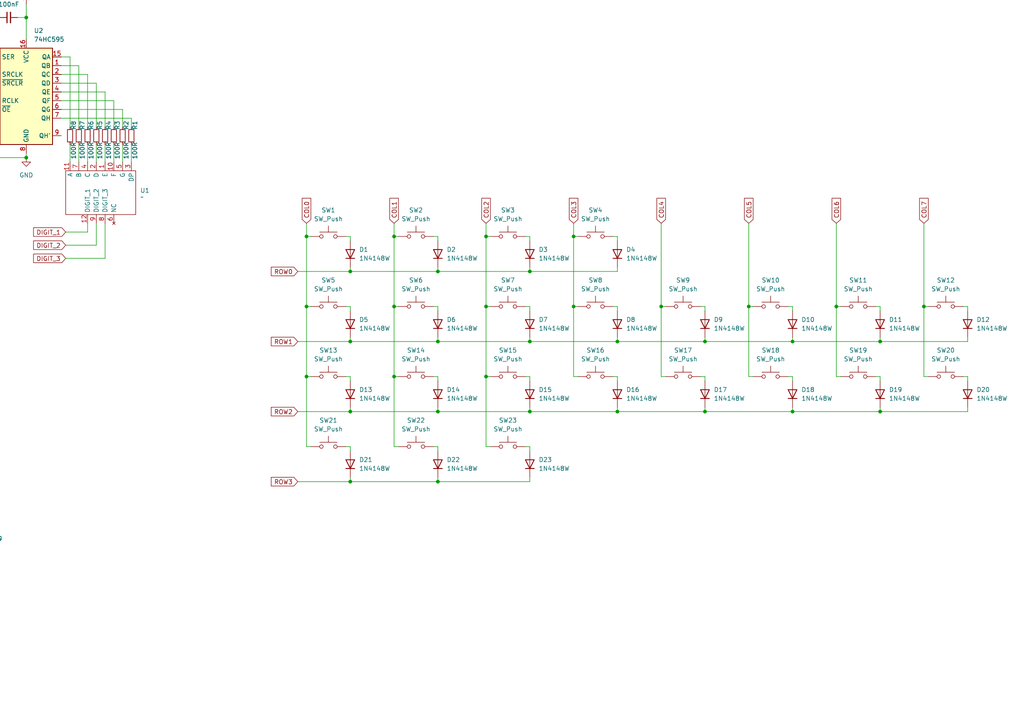
<source format=kicad_sch>
(kicad_sch (version 20231120) (generator "eeschema") (generator_version "8.0")
  (paper "A4")
  (junction (at 101.6 99.06))
  (junction (at 255.27 119.38))
  (junction (at 101.6 139.7))
  (junction (at 204.47 99.06))
  (junction (at 7.62 5.08))
  (junction (at 140.97 88.9))
  (junction (at 148.59 255.27))
  (junction (at 166.37 88.9))
  (junction (at 88.9 88.9))
  (junction (at 114.3 109.22))
  (junction (at 191.77 88.9))
  (junction (at 88.9 68.58))
  (junction (at 255.27 99.06))
  (junction (at 267.97 88.9))
  (junction (at 148.59 270.51))
  (junction (at 88.9 109.22))
  (junction (at 127 119.38))
  (junction (at 114.3 88.9))
  (junction (at 229.87 99.06))
  (junction (at 127 78.74))
  (junction (at 153.67 119.38))
  (junction (at -63.5 90.17))
  (junction (at 179.07 119.38))
  (junction (at 217.17 88.9))
  (junction (at 29.21 314.96))
  (junction (at -59.69 90.17))
  (junction (at -63.5 72.39))
  (junction (at 153.67 78.74))
  (junction (at 148.59 264.16))
  (junction (at 140.97 109.22))
  (junction (at -55.88 77.47))
  (junction (at 242.57 88.9))
  (junction (at 148.59 279.4))
  (junction (at 229.87 119.38))
  (junction (at 163.83 255.27))
  (junction (at 166.37 68.58))
  (junction (at 127 139.7))
  (junction (at 127 99.06))
  (junction (at -63.5 63.5))
  (junction (at 7.62 45.72))
  (junction (at 179.07 99.06))
  (junction (at 101.6 119.38))
  (junction (at 204.47 119.38))
  (junction (at 45.72 233.68))
  (junction (at 153.67 99.06))
  (junction (at 148.59 287.02))
  (junction (at 140.97 68.58))
  (junction (at 101.6 78.74))
  (junction (at 114.3 68.58))
  (junction (at 157.48 264.16))
  (no_connect (at -2.54 161.29))
  (no_connect (at 27.94 307.34))
  (wire (pts (xy 152.4 88.9) (xy 153.67 88.9)))
  (wire (pts (xy 17.78 24.13) (xy 27.94 24.13)))
  (wire (pts (xy -72.39 190.5) (xy -72.39 191.77)))
  (wire (pts (xy -157.48 152.4) (xy -157.48 153.67)))
  (wire (pts (xy -27.94 135.89) (xy -27.94 137.16)))
  (wire (pts (xy 17.78 29.21) (xy 33.02 29.21)))
  (wire (pts (xy 127 129.54) (xy 127 130.81)))
  (wire (pts (xy 25.4 67.31) (xy 25.4 64.77)))
  (wire (pts (xy 229.87 99.06) (xy 255.27 99.06)))
  (wire (pts (xy 153.67 118.11) (xy 153.67 119.38)))
  (wire (pts (xy 204.47 88.9) (xy 204.47 90.17)))
  (wire (pts (xy 203.2 88.9) (xy 204.47 88.9)))
  (wire (pts (xy 191.77 109.22) (xy 193.04 109.22)))
  (wire (pts (xy -63.5 72.39) (xy -53.34 72.39)))
  (wire (pts (xy 179.07 119.38) (xy 204.47 119.38)))
  (wire (pts (xy 229.87 88.9) (xy 229.87 90.17)))
  (wire (pts (xy -92.71 212.09) (xy -92.71 213.36)))
  (wire (pts (xy 140.97 88.9) (xy 140.97 109.22)))
  (wire (pts (xy 204.47 119.38) (xy 229.87 119.38)))
  (wire (pts (xy -120.65 168.91) (xy -120.65 170.18)))
  (wire (pts (xy -130.81 128.27) (xy -128.27 128.27)))
  (wire (pts (xy -3.81 31.75) (xy -3.81 45.72)))
  (wire (pts (xy 100.33 68.58) (xy 101.6 68.58)))
  (wire (pts (xy 153.67 78.74) (xy 179.07 78.74)))
  (wire (pts (xy 86.36 78.74) (xy 101.6 78.74)))
  (wire (pts (xy 7.62 1.27) (xy 7.62 5.08)))
  (wire (pts (xy 140.97 109.22) (xy 140.97 129.54)))
  (wire (pts (xy -27.94 119.38) (xy -27.94 120.65)))
  (wire (pts (xy 114.3 129.54) (xy 115.57 129.54)))
  (wire (pts (xy 229.87 97.79) (xy 229.87 99.06)))
  (wire (pts (xy 29.21 314.96) (xy 29.21 316.23)))
  (wire (pts (xy -149.86 128.27) (xy -146.05 128.27)))
  (wire (pts (xy 101.6 119.38) (xy 127 119.38)))
  (wire (pts (xy 280.67 99.06) (xy 280.67 97.79)))
  (wire (pts (xy 166.37 246.38) (xy 148.59 246.38)))
  (wire (pts (xy -2.54 7.62) (xy -2.54 5.08)))
  (wire (pts (xy 177.8 109.22) (xy 179.07 109.22)))
  (wire (pts (xy -39.37 161.29) (xy -35.56 161.29)))
  (wire (pts (xy 153.67 129.54) (xy 153.67 130.81)))
  (wire (pts (xy -113.03 190.5) (xy -113.03 191.77)))
  (wire (pts (xy 22.86 41.91) (xy 22.86 46.99)))
  (wire (pts (xy -55.88 77.47) (xy -53.34 77.47)))
  (wire (pts (xy 163.83 255.27) (xy 165.1 255.27)))
  (wire (pts (xy 217.17 88.9) (xy 217.17 109.22)))
  (wire (pts (xy -113.03 161.29) (xy -109.22 161.29)))
  (wire (pts (xy 27.94 233.68) (xy 45.72 233.68)))
  (wire (pts (xy 127 88.9) (xy 127 90.17)))
  (wire (pts (xy -55.88 64.77) (xy -55.88 63.5)))
  (wire (pts (xy 88.9 68.58) (xy 90.17 68.58)))
  (wire (pts (xy -82.55 190.5) (xy -82.55 191.77)))
  (wire (pts (xy 100.33 129.54) (xy 101.6 129.54)))
  (wire (pts (xy 17.78 19.05) (xy 22.86 19.05)))
  (wire (pts (xy 140.97 129.54) (xy 142.24 129.54)))
  (wire (pts (xy 255.27 109.22) (xy 255.27 110.49)))
  (wire (pts (xy 254 109.22) (xy 255.27 109.22)))
  (wire (pts (xy 153.67 99.06) (xy 179.07 99.06)))
  (wire (pts (xy -101.6 119.38) (xy -101.6 120.65)))
  (wire (pts (xy -66.04 72.39) (xy -63.5 72.39)))
  (wire (pts (xy -166.37 128.27) (xy -165.1 128.27)))
  (wire (pts (xy 7.62 5.08) (xy 7.62 11.43)))
  (wire (pts (xy -15.24 22.86) (xy -15.24 24.13)))
  (wire (pts (xy 166.37 88.9) (xy 167.64 88.9)))
  (wire (pts (xy 27.94 236.22) (xy 35.56 236.22)))
  (wire (pts (xy 17.78 26.67) (xy 30.48 26.67)))
  (wire (pts (xy -93.98 128.27) (xy -91.44 128.27)))
  (wire (pts (xy 88.9 64.77) (xy 88.9 68.58)))
  (wire (pts (xy 166.37 88.9) (xy 166.37 109.22)))
  (wire (pts (xy 86.36 139.7) (xy 101.6 139.7)))
  (wire (pts (xy 148.59 264.16) (xy 149.86 264.16)))
  (wire (pts (xy -46.99 119.38) (xy -46.99 120.65)))
  (wire (pts (xy 88.9 68.58) (xy 88.9 88.9)))
  (wire (pts (xy -82.55 212.09) (xy -82.55 213.36)))
  (wire (pts (xy 217.17 64.77) (xy 217.17 88.9)))
  (wire (pts (xy -52.07 212.09) (xy -52.07 213.36)))
  (wire (pts (xy 280.67 109.22) (xy 280.67 110.49)))
  (wire (pts (xy 179.07 99.06) (xy 204.47 99.06)))
  (wire (pts (xy -133.35 184.15) (xy -133.35 185.42)))
  (wire (pts (xy 27.94 314.96) (xy 29.21 314.96)))
  (wire (pts (xy 86.36 99.06) (xy 101.6 99.06)))
  (wire (pts (xy -46.99 152.4) (xy -46.99 153.67)))
  (wire (pts (xy 166.37 270.51) (xy 148.59 270.51)))
  (wire (pts (xy 125.73 109.22) (xy 127 109.22)))
  (wire (pts (xy 166.37 261.62) (xy 166.37 246.38)))
  (wire (pts (xy 153.67 68.58) (xy 153.67 69.85)))
  (wire (pts (xy 17.78 16.51) (xy 20.32 16.51)))
  (wire (pts (xy -55.88 90.17) (xy -59.69 90.17)))
  (wire (pts (xy -138.43 135.89) (xy -138.43 137.16)))
  (wire (pts (xy 27.94 24.13) (xy 27.94 36.83)))
  (wire (pts (xy 152.4 68.58) (xy 153.67 68.58)))
  (wire (pts (xy 101.6 68.58) (xy 101.6 69.85)))
  (wire (pts (xy -138.43 119.38) (xy -138.43 120.65)))
  (wire (pts (xy 179.07 97.79) (xy 179.07 99.06)))
  (wire (pts (xy -17.78 128.27) (xy -17.78 144.78)))
  (wire (pts (xy 45.72 236.22) (xy 45.72 233.68)))
  (wire (pts (xy 19.05 67.31) (xy 25.4 67.31)))
  (wire (pts (xy 114.3 68.58) (xy 115.57 68.58)))
  (wire (pts (xy 153.67 138.43) (xy 153.67 139.7)))
  (wire (pts (xy 27.94 71.12) (xy 27.94 64.77)))
  (wire (pts (xy -62.23 205.74) (xy -62.23 207.01)))
  (wire (pts (xy -83.82 168.91) (xy -83.82 170.18)))
  (wire (pts (xy 280.67 119.38) (xy 280.67 118.11)))
  (wire (pts (xy 153.67 88.9) (xy 153.67 90.17)))
  (wire (pts (xy 267.97 88.9) (xy 269.24 88.9)))
  (wire (pts (xy -130.81 161.29) (xy -128.27 161.29)))
  (wire (pts (xy 204.47 99.06) (xy 229.87 99.06)))
  (wire (pts (xy 267.97 109.22) (xy 269.24 109.22)))
  (wire (pts (xy -92.71 190.5) (xy -92.71 191.77)))
  (wire (pts (xy 86.36 119.38) (xy 101.6 119.38)))
  (wire (pts (xy -101.6 168.91) (xy -101.6 170.18)))
  (wire (pts (xy 22.86 19.05) (xy 22.86 36.83)))
  (wire (pts (xy 88.9 88.9) (xy 88.9 109.22)))
  (wire (pts (xy -66.04 77.47) (xy -55.88 77.47)))
  (wire (pts (xy 100.33 88.9) (xy 101.6 88.9)))
  (wire (pts (xy 30.48 74.93) (xy 30.48 64.77)))
  (wire (pts (xy -55.88 69.85) (xy -55.88 77.47)))
  (wire (pts (xy 279.4 109.22) (xy 280.67 109.22)))
  (wire (pts (xy 152.4 109.22) (xy 153.67 109.22)))
  (wire (pts (xy 255.27 97.79) (xy 255.27 99.06)))
  (wire (pts (xy 217.17 109.22) (xy 218.44 109.22)))
  (wire (pts (xy 279.4 88.9) (xy 280.67 88.9)))
  (wire (pts (xy 229.87 119.38) (xy 255.27 119.38)))
  (wire (pts (xy 242.57 88.9) (xy 243.84 88.9)))
  (wire (pts (xy 140.97 68.58) (xy 140.97 88.9)))
  (wire (pts (xy -120.65 119.38) (xy -120.65 120.65)))
  (wire (pts (xy 242.57 88.9) (xy 242.57 109.22)))
  (wire (pts (xy 114.3 88.9) (xy 114.3 109.22)))
  (wire (pts (xy 101.6 99.06) (xy 127 99.06)))
  (wire (pts (xy -92.71 205.74) (xy -92.71 207.01)))
  (wire (pts (xy -59.69 74.93) (xy -59.69 90.17)))
  (wire (pts (xy 267.97 64.77) (xy 267.97 88.9)))
  (wire (pts (xy 154.94 255.27) (xy 158.75 255.27)))
  (wire (pts (xy -120.65 152.4) (xy -120.65 153.67)))
  (wire (pts (xy -101.6 135.89) (xy -101.6 137.16)))
  (wire (pts (xy 166.37 109.22) (xy 167.64 109.22)))
  (wire (pts (xy 33.02 29.21) (xy 33.02 36.83)))
  (wire (pts (xy 148.59 287.02) (xy 148.59 279.4)))
  (wire (pts (xy 140.97 68.58) (xy 142.24 68.58)))
  (wire (pts (xy 153.67 97.79) (xy 153.67 99.06)))
  (wire (pts (xy 27.94 41.91) (xy 27.94 46.99)))
  (wire (pts (xy -27.94 152.4) (xy -27.94 153.67)))
  (wire (pts (xy -3.81 29.21) (xy -2.54 29.21)))
  (wire (pts (xy -92.71 184.15) (xy -92.71 185.42)))
  (wire (pts (xy -123.19 184.15) (xy -123.19 185.42)))
  (wire (pts (xy -72.39 205.74) (xy -72.39 207.01)))
  (wire (pts (xy 140.97 64.77) (xy 140.97 68.58)))
  (wire (pts (xy 179.07 109.22) (xy 179.07 110.49)))
  (wire (pts (xy -3.81 45.72) (xy 7.62 45.72)))
  (wire (pts (xy 140.97 88.9) (xy 142.24 88.9)))
  (wire (pts (xy -10.16 152.4) (xy -10.16 153.67)))
  (wire (pts (xy 114.3 88.9) (xy 115.57 88.9)))
  (wire (pts (xy 114.3 64.77) (xy 114.3 68.58)))
  (wire (pts (xy -76.2 128.27) (xy -72.39 128.27)))
  (wire (pts (xy 154.94 264.16) (xy 157.48 264.16)))
  (wire (pts (xy 88.9 129.54) (xy 90.17 129.54)))
  (wire (pts (xy -46.99 135.89) (xy -46.99 137.16)))
  (wire (pts (xy -64.77 168.91) (xy -64.77 170.18)))
  (wire (pts (xy 33.02 41.91) (xy 33.02 46.99)))
  (wire (pts (xy -59.69 90.17) (xy -63.5 90.17)))
  (wire (pts (xy 255.27 118.11) (xy 255.27 119.38)))
  (wire (pts (xy 255.27 119.38) (xy 280.67 119.38)))
  (wire (pts (xy 5.08 5.08) (xy 7.62 5.08)))
  (wire (pts (xy 228.6 88.9) (xy 229.87 88.9)))
  (wire (pts (xy 101.6 129.54) (xy 101.6 130.81)))
  (wire (pts (xy 179.07 118.11) (xy 179.07 119.38)))
  (wire (pts (xy -27.94 168.91) (xy -27.94 170.18)))
  (wire (pts (xy 157.48 264.16) (xy 158.75 264.16)))
  (wire (pts (xy -133.35 212.09) (xy -133.35 213.36)))
  (wire (pts (xy 101.6 109.22) (xy 101.6 110.49)))
  (wire (pts (xy -166.37 144.78) (xy -166.37 161.29)))
  (wire (pts (xy 203.2 109.22) (xy 204.47 109.22)))
  (wire (pts (xy -2.54 31.75) (xy -3.81 31.75)))
  (wire (pts (xy 191.77 88.9) (xy 193.04 88.9)))
  (wire (pts (xy 229.87 118.11) (xy 229.87 119.38)))
  (wire (pts (xy -166.37 161.29) (xy -165.1 161.29)))
  (wire (pts (xy 88.9 109.22) (xy 88.9 129.54)))
  (wire (pts (xy 20.32 41.91) (xy 20.32 46.99)))
  (wire (pts (xy 101.6 77.47) (xy 101.6 78.74)))
  (wire (pts (xy -113.03 184.15) (xy -113.03 185.42)))
  (wire (pts (xy -55.88 85.09) (xy -55.88 90.17)))
  (wire (pts (xy 45.72 233.68) (xy 45.72 231.14)))
  (wire (pts (xy 153.67 119.38) (xy 179.07 119.38)))
  (wire (pts (xy 114.3 109.22) (xy 115.57 109.22)))
  (wire (pts (xy -133.35 190.5) (xy -133.35 191.77)))
  (wire (pts (xy -93.98 161.29) (xy -91.44 161.29)))
  (wire (pts (xy 25.4 21.59) (xy 25.4 36.83)))
  (wire (pts (xy -63.5 88.9) (xy -63.5 90.17)))
  (wire (pts (xy 43.18 236.22) (xy 45.72 236.22)))
  (wire (pts (xy 25.4 41.91) (xy 25.4 46.99)))
  (wire (pts (xy -53.34 74.93) (xy -59.69 74.93)))
  (wire (pts (xy 166.37 68.58) (xy 167.64 68.58)))
  (wire (pts (xy 101.6 138.43) (xy 101.6 139.7)))
  (wire (pts (xy 127 138.43) (xy 127 139.7)))
  (wire (pts (xy 17.78 34.29) (xy 38.1 34.29)))
  (wire (pts (xy -72.39 212.09) (xy -72.39 213.36)))
  (wire (pts (xy 101.6 97.79) (xy 101.6 99.06)))
  (wire (pts (xy 101.6 88.9) (xy 101.6 90.17)))
  (wire (pts (xy 191.77 88.9) (xy 191.77 109.22)))
  (wire (pts (xy 7.62 44.45) (xy 7.62 45.72)))
  (wire (pts (xy -64.77 135.89) (xy -64.77 137.16)))
  (wire (pts (xy 152.4 129.54) (xy 153.67 129.54)))
  (wire (pts (xy 149.86 255.27) (xy 148.59 255.27)))
  (wire (pts (xy 125.73 129.54) (xy 127 129.54)))
  (wire (pts (xy 255.27 99.06) (xy 280.67 99.06)))
  (wire (pts (xy -120.65 135.89) (xy -120.65 137.16)))
  (wire (pts (xy -39.37 128.27) (xy -35.56 128.27)))
  (wire (pts (xy 267.97 88.9) (xy 267.97 109.22)))
  (wire (pts (xy -76.2 161.29) (xy -72.39 161.29)))
  (wire (pts (xy -102.87 190.5) (xy -102.87 191.77)))
  (wire (pts (xy 17.78 21.59) (xy 25.4 21.59)))
  (wire (pts (xy -102.87 212.09) (xy -102.87 213.36)))
  (wire (pts (xy -72.39 184.15) (xy -72.39 185.42)))
  (wire (pts (xy 127 97.79) (xy 127 99.06)))
  (wire (pts (xy -2.54 5.08) (xy 0 5.08)))
  (wire (pts (xy -64.77 152.4) (xy -64.77 153.67)))
  (wire (pts (xy -63.5 62.23) (xy -63.5 63.5)))
  (wire (pts (xy -64.77 119.38) (xy -64.77 120.65)))
  (wire (pts (xy 255.27 88.9) (xy 255.27 90.17)))
  (wire (pts (xy 228.6 109.22) (xy 229.87 109.22)))
  (wire (pts (xy 280.67 88.9) (xy 280.67 90.17)))
  (wire (pts (xy -20.32 128.27) (xy -17.78 128.27)))
  (wire (pts (xy -113.03 212.09) (xy -113.03 213.36)))
  (wire (pts (xy 127 119.38) (xy 153.67 119.38)))
  (wire (pts (xy -3.81 21.59) (xy -2.54 21.59)))
  (wire (pts (xy 166.37 279.4) (xy 148.59 279.4)))
  (wire (pts (xy 229.87 109.22) (xy 229.87 110.49)))
  (wire (pts (xy -20.32 161.29) (xy -17.78 161.29)))
  (wire (pts (xy -63.5 69.85) (xy -63.5 72.39)))
  (wire (pts (xy 242.57 109.22) (xy 243.84 109.22)))
  (wire (pts (xy -133.35 205.74) (xy -133.35 207.01)))
  (wire (pts (xy 35.56 31.75) (xy 35.56 36.83)))
  (wire (pts (xy -113.03 205.74) (xy -113.03 207.01)))
  (wire (pts (xy -82.55 184.15) (xy -82.55 185.42)))
  (wire (pts (xy -82.55 205.74) (xy -82.55 207.01)))
  (wire (pts (xy 148.59 246.38) (xy 148.59 255.27)))
  (wire (pts (xy 114.3 68.58) (xy 114.3 88.9)))
  (wire (pts (xy 153.67 77.47) (xy 153.67 78.74)))
  (wire (pts (xy -157.48 168.91) (xy -157.48 170.18)))
  (wire (pts (xy -101.6 152.4) (xy -101.6 153.67)))
  (wire (pts (xy -17.78 144.78) (xy -166.37 144.78)))
  (wire (pts (xy 204.47 118.11) (xy 204.47 119.38)))
  (wire (pts (xy 17.78 31.75) (xy 35.56 31.75)))
  (wire (pts (xy -157.48 119.38) (xy -157.48 120.65)))
  (wire (pts (xy -83.82 152.4) (xy -83.82 153.67)))
  (wire (pts (xy -157.48 135.89) (xy -157.48 137.16)))
  (wire (pts (xy 242.57 64.77) (xy 242.57 88.9)))
  (wire (pts (xy -123.19 190.5) (xy -123.19 191.77)))
  (wire (pts (xy 88.9 109.22) (xy 90.17 109.22)))
  (wire (pts (xy -83.82 135.89) (xy -83.82 137.16)))
  (wire (pts (xy 101.6 139.7) (xy 127 139.7)))
  (wire (pts (xy 19.05 74.93) (xy 30.48 74.93)))
  (wire (pts (xy 101.6 78.74) (xy 127 78.74)))
  (wire (pts (xy 38.1 34.29) (xy 38.1 36.83)))
  (wire (pts (xy 127 109.22) (xy 127 110.49)))
  (wire (pts (xy 19.05 71.12) (xy 27.94 71.12)))
  (wire (pts (xy 127 68.58) (xy 127 69.85)))
  (wire (pts (xy 157.48 257.81) (xy 157.48 264.16)))
  (wire (pts (xy 177.8 88.9) (xy 179.07 88.9)))
  (wire (pts (xy -46.99 168.91) (xy -46.99 170.18)))
  (wire (pts (xy -55.88 80.01) (xy -55.88 77.47)))
  (wire (pts (xy 191.77 64.77) (xy 191.77 88.9)))
  (wire (pts (xy -123.19 212.09) (xy -123.19 213.36)))
  (wire (pts (xy 29.21 312.42) (xy 29.21 314.96)))
  (wire (pts (xy 127 77.47) (xy 127 78.74)))
  (wire (pts (xy 101.6 118.11) (xy 101.6 119.38)))
  (wire (pts (xy 166.37 287.02) (xy 148.59 287.02)))
  (wire (pts (xy -57.15 161.29) (xy -54.61 161.29)))
  (wire (pts (xy -15.24 24.13) (xy -2.54 24.13)))
  (wire (pts (xy 30.48 26.67) (xy 30.48 36.83)))
  (wire (pts (xy 179.07 68.58) (xy 179.07 69.85)))
  (wire (pts (xy 148.59 279.4) (xy 148.59 270.51)))
  (wire (pts (xy -62.23 212.09) (xy -62.23 213.36)))
  (wire (pts (xy 177.8 68.58) (xy 179.07 68.58)))
  (wire (pts (xy -113.03 128.27) (xy -109.22 128.27)))
  (wire (pts (xy -63.5 90.17) (xy -63.5 91.44)))
  (wire (pts (xy 163.83 257.81) (xy 157.48 257.81)))
  (wire (pts (xy 217.17 88.9) (xy 218.44 88.9)))
  (wire (pts (xy -138.43 168.91) (xy -138.43 170.18)))
  (wire (pts (xy 165.1 289.56) (xy 166.37 289.56)))
  (wire (pts (xy -62.23 184.15) (xy -62.23 185.42)))
  (wire (pts (xy -138.43 152.4) (xy -138.43 153.67)))
  (wire (pts (xy -83.82 119.38) (xy -83.82 120.65)))
  (wire (pts (xy -123.19 205.74) (xy -123.19 207.01)))
  (wire (pts (xy -57.15 128.27) (xy -54.61 128.27)))
  (wire (pts (xy 148.59 270.51) (xy 148.59 264.16)))
  (wire (pts (xy -63.5 63.5) (xy -55.88 63.5)))
  (wire (pts (xy 148.59 287.02) (xy 148.59 288.29)))
  (wire (pts (xy 30.48 41.91) (xy 30.48 46.99)))
  (wire (pts (xy 27.94 312.42) (xy 29.21 312.42)))
  (wire (pts (xy -63.5 83.82) (xy -63.5 72.39)))
  (wire (pts (xy 165.1 281.94) (xy 166.37 281.94)))
  (wire (pts (xy -10.16 168.91) (xy -10.16 170.18)))
  (wire (pts (xy 127 99.06) (xy 153.67 99.06)))
  (wire (pts (xy 127 139.7) (xy 153.67 139.7)))
  (wire (pts (xy 166.37 64.77) (xy 166.37 68.58)))
  (wire (pts (xy 100.33 109.22) (xy 101.6 109.22)))
  (wire (pts (xy 204.47 97.79) (xy 204.47 99.06)))
  (wire (pts (xy 127 118.11) (xy 127 119.38)))
  (wire (pts (xy 166.37 68.58) (xy 166.37 88.9)))
  (wire (pts (xy -63.5 63.5) (xy -63.5 64.77)))
  (wire (pts (xy 38.1 41.91) (xy 38.1 46.99)))
  (wire (pts (xy -102.87 184.15) (xy -102.87 185.42)))
  (wire (pts (xy 153.67 109.22) (xy 153.67 110.49)))
  (wire (pts (xy 114.3 109.22) (xy 114.3 129.54)))
  (wire (pts (xy 125.73 68.58) (xy 127 68.58)))
  (wire (pts (xy -52.07 205.74) (xy -52.07 207.01)))
  (wire (pts (xy 163.83 255.27) (xy 163.83 257.81)))
  (wire (pts (xy 148.59 255.27) (xy 148.59 264.16)))
  (wire (pts (xy 179.07 78.74) (xy 179.07 77.47)))
  (wire (pts (xy 165.1 273.05) (xy 166.37 273.05)))
  (wire (pts (xy -149.86 161.29) (xy -146.05 161.29)))
  (wire (pts (xy 88.9 88.9) (xy 90.17 88.9)))
  (wire (pts (xy 127 78.74) (xy 153.67 78.74)))
  (wire (pts (xy -102.87 205.74) (xy -102.87 207.01)))
  (wire (pts (xy 163.83 264.16) (xy 166.37 264.16)))
  (wire (pts (xy 35.56 41.91) (xy 35.56 46.99)))
  (wire (pts (xy 140.97 109.22) (xy 142.24 109.22)))
  (wire (pts (xy -62.23 190.5) (xy -62.23 191.77)))
  (wire (pts (xy 20.32 16.51) (xy 20.32 36.83)))
  (wire (pts (xy 125.73 88.9) (xy 127 88.9)))
  (wire (pts (xy 179.07 88.9) (xy 179.07 90.17)))
  (wire (pts (xy 254 88.9) (xy 255.27 88.9)))
  (wire (pts (xy 204.47 109.22) (xy 204.47 110.49)))
  (label "VSYS" (at 29.21 236.22 0))
  (global_label "ROW0" (shape input) (at 86.36 78.74 180) (property "Intersheetrefs" "${INTERSHEET_REFS}" (effects (hide yes))))
  (global_label "GATE" (shape input) (at -22.86 254 180) (property "Intersheetrefs" "${INTERSHEET_REFS}" (effects (hide yes))))
  (global_label "COL0" (shape input) (at 27.94 261.62 0) (property "Intersheetrefs" "${INTERSHEET_REFS}" (effects (hide yes))))
  (global_label "DIGIT_3" (shape input) (at 19.05 74.93 180) (property "Intersheetrefs" "${INTERSHEET_REFS}" (effects (hide yes))))
  (global_label "COL7" (shape input) (at 267.97 64.77 90) (property "Intersheetrefs" "${INTERSHEET_REFS}" (effects (hide yes))))
  (global_label "COL6" (shape input) (at 27.94 276.86 0) (property "Intersheetrefs" "${INTERSHEET_REFS}" (effects (hide yes))))
  (global_label "ENC_A" (shape input) (at 27.94 256.54 0) (property "Intersheetrefs" "${INTERSHEET_REFS}" (effects (hide yes))))
  (global_label "COL5" (shape input) (at 217.17 64.77 90) (property "Intersheetrefs" "${INTERSHEET_REFS}" (effects (hide yes))))
  (global_label "SER" (shape input) (at -2.54 16.51 180) (property "Intersheetrefs" "${INTERSHEET_REFS}" (effects (hide yes))))
  (global_label "DIGIT_2" (shape input) (at -22.86 284.48 180) (property "Intersheetrefs" "${INTERSHEET_REFS}" (effects (hide yes))))
  (global_label "COL4" (shape input) (at 27.94 271.78 0) (property "Intersheetrefs" "${INTERSHEET_REFS}" (effects (hide yes))))
  (global_label "SER" (shape input) (at -22.86 274.32 180) (property "Intersheetrefs" "${INTERSHEET_REFS}" (effects (hide yes))))
  (global_label "DIGIT_2" (shape input) (at 19.05 71.12 180) (property "Intersheetrefs" "${INTERSHEET_REFS}" (effects (hide yes))))
  (global_label "SRCLK" (shape input) (at -3.81 21.59 180) (property "Intersheetrefs" "${INTERSHEET_REFS}" (effects (hide yes))))
  (global_label "COL1" (shape input) (at 114.3 64.77 90) (property "Intersheetrefs" "${INTERSHEET_REFS}" (effects (hide yes))))
  (global_label "COL0" (shape input) (at 88.9 64.77 90) (property "Intersheetrefs" "${INTERSHEET_REFS}" (effects (hide yes))))
  (global_label "SRCLK" (shape input) (at -22.86 279.4 180) (property "Intersheetrefs" "${INTERSHEET_REFS}" (effects (hide yes))))
  (global_label "ROW3" (shape input) (at 86.36 139.7 180) (property "Intersheetrefs" "${INTERSHEET_REFS}" (effects (hide yes))))
  (global_label "DIGIT_3" (shape input) (at -22.86 281.94 180) (property "Intersheetrefs" "${INTERSHEET_REFS}" (effects (hide yes))))
  (global_label "PXL" (shape input) (at -166.37 128.27 180) (property "Intersheetrefs" "${INTERSHEET_REFS}" (effects (hide yes))))
  (global_label "COL1" (shape input) (at 27.94 264.16 0) (property "Intersheetrefs" "${INTERSHEET_REFS}" (effects (hide yes))))
  (global_label "GATE" (shape input) (at 165.1 255.27 0) (property "Intersheetrefs" "${INTERSHEET_REFS}" (effects (hide yes))))
  (global_label "CV" (shape input) (at -22.86 271.78 180) (property "Intersheetrefs" "${INTERSHEET_REFS}" (effects (hide yes))))
  (global_label "ROW0" (shape input) (at -22.86 259.08 180) (property "Intersheetrefs" "${INTERSHEET_REFS}" (effects (hide yes))))
  (global_label "COL3" (shape input) (at 166.37 64.77 90) (property "Intersheetrefs" "${INTERSHEET_REFS}" (effects (hide yes))))
  (global_label "PITCH" (shape input) (at 165.1 281.94 180) (property "Intersheetrefs" "${INTERSHEET_REFS}" (effects (hide yes))))
  (global_label "RCLK" (shape input) (at -22.86 276.86 180) (property "Intersheetrefs" "${INTERSHEET_REFS}" (effects (hide yes))))
  (global_label "COL3" (shape input) (at 27.94 269.24 0) (property "Intersheetrefs" "${INTERSHEET_REFS}" (effects (hide yes))))
  (global_label "ENC_B" (shape input) (at -66.04 77.47 180) (property "Intersheetrefs" "${INTERSHEET_REFS}" (effects (hide yes))))
  (global_label "COL4" (shape input) (at 191.77 64.77 90) (property "Intersheetrefs" "${INTERSHEET_REFS}" (effects (hide yes))))
  (global_label "PXL" (shape input) (at 27.94 284.48 0) (property "Intersheetrefs" "${INTERSHEET_REFS}" (effects (hide yes))))
  (global_label "COL2" (shape input) (at 27.94 266.7 0) (property "Intersheetrefs" "${INTERSHEET_REFS}" (effects (hide yes))))
  (global_label "CLKOUT" (shape input) (at -22.86 256.54 180) (property "Intersheetrefs" "${INTERSHEET_REFS}" (effects (hide yes))))
  (global_label "DIGIT_1" (shape input) (at 19.05 67.31 180) (property "Intersheetrefs" "${INTERSHEET_REFS}" (effects (hide yes))))
  (global_label "ENC_B" (shape input) (at 27.94 259.08 0) (property "Intersheetrefs" "${INTERSHEET_REFS}" (effects (hide yes))))
  (global_label "CLKOUT" (shape input) (at 165.1 273.05 180) (property "Intersheetrefs" "${INTERSHEET_REFS}" (effects (hide yes))))
  (global_label "DIGIT_1" (shape input) (at 27.94 254 0) (property "Intersheetrefs" "${INTERSHEET_REFS}" (effects (hide yes))))
  (global_label "ENC_A" (shape input) (at -66.04 72.39 180) (property "Intersheetrefs" "${INTERSHEET_REFS}" (effects (hide yes))))
  (global_label "ROW3" (shape input) (at -22.86 266.7 180) (property "Intersheetrefs" "${INTERSHEET_REFS}" (effects (hide yes))))
  (global_label "COL5" (shape input) (at 27.94 274.32 0) (property "Intersheetrefs" "${INTERSHEET_REFS}" (effects (hide yes))))
  (global_label "COL7" (shape input) (at 27.94 279.4 0) (property "Intersheetrefs" "${INTERSHEET_REFS}" (effects (hide yes))))
  (global_label "PITCH" (shape input) (at -22.86 269.24 180) (property "Intersheetrefs" "${INTERSHEET_REFS}" (effects (hide yes))))
  (global_label "COL6" (shape input) (at 242.57 64.77 90) (property "Intersheetrefs" "${INTERSHEET_REFS}" (effects (hide yes))))
  (global_label "RCLK" (shape input) (at -3.81 29.21 180) (property "Intersheetrefs" "${INTERSHEET_REFS}" (effects (hide yes))))
  (global_label "ROW1" (shape input) (at 86.36 99.06 180) (property "Intersheetrefs" "${INTERSHEET_REFS}" (effects (hide yes))))
  (global_label "ROW2" (shape input) (at 86.36 119.38 180) (property "Intersheetrefs" "${INTERSHEET_REFS}" (effects (hide yes))))
  (global_label "ROW1" (shape input) (at -22.86 261.62 180) (property "Intersheetrefs" "${INTERSHEET_REFS}" (effects (hide yes))))
  (global_label "COL2" (shape input) (at 140.97 64.77 90) (property "Intersheetrefs" "${INTERSHEET_REFS}" (effects (hide yes))))
  (global_label "ROW2" (shape input) (at -22.86 264.16 180) (property "Intersheetrefs" "${INTERSHEET_REFS}" (effects (hide yes))))
  (global_label "CV" (shape input) (at 165.1 289.56 180) (property "Intersheetrefs" "${INTERSHEET_REFS}" (effects (hide yes))))
  (symbol (lib_id "Device:R_Small") (at 22.86 39.37 0) (unit 1)
    (property "Reference" "R7" (at 23.876 36.322 90))
    (property "Value" "100R" (at 23.876 43.688 90))
    (property "Footprint" "Resistor_SMD:R_0603_1608Metric_Pad0.98x0.95mm_HandSolder" (effects (hide yes)))
    (property "Description" "Resistor, small symbol" (effects (hide yes)))
  )
  (symbol (lib_id "power:+5V") (at -10.16 152.4 0) (unit 1)
    (property "Reference" "#PWR070" (effects (hide yes)))
    (property "Value" "+5V" (at -10.16 147.32 0))
    (property "Description" "Power symbol creates a global label with name \"+5V\"" (effects (hide yes)))
  )
  (symbol (lib_id "Switch:SW_Push") (at 147.32 109.22 0) (unit 1)
    (property "Reference" "SW15" (at 147.32 101.6 0))
    (property "Value" "SW_Push" (at 147.32 104.14 0))
    (property "Footprint" "PCM_Switch_Keyboard_Cherry_MX:SW_Cherry_MX_PCB_1.00u" (effects (hide yes)))
    (property "Description" "Push button switch, generic, two pins" (effects (hide yes)))
  )
  (symbol (lib_id "power:GND") (at -27.94 170.18 0) (unit 1)
    (property "Reference" "#PWR037" (effects (hide yes)))
    (property "Value" "GND" (at -27.94 175.26 0))
    (property "Description" "Power symbol creates a global label with name \"GND\" , ground" (effects (hide yes)))
  )
  (symbol (lib_id "FJ5361BH:FJ5361BH") (at 29.21 55.88 270) (unit 1)
    (property "Reference" "U1" (at 40.64 55.2449 90) (effects (justify left)))
    (property "Value" "~" (at 40.64 57.15 90) (effects (justify left)))
    (property "Footprint" "FJ5361BH:FJ5361BH" (effects (hide yes)))
  )
  (symbol (lib_id "power:+5V") (at -113.03 205.74 0) (unit 1)
    (property "Reference" "#PWR058" (effects (hide yes)))
    (property "Value" "+5V" (at -113.03 200.66 0))
    (property "Description" "Power symbol creates a global label with name \"+5V\"" (effects (hide yes)))
  )
  (symbol (lib_id "SK6812MINI-E-012:SK6812MINI-E-012") (at -120.65 128.27 0) (unit 1)
    (property "Reference" "U5" (at -111.76 123.2214 0))
    (property "Value" "~" (at -111.76 125.1265 0))
    (property "Footprint" "SK6812MINI-E-012:SK6812MINI-E-012" (effects (hide yes)))
  )
  (symbol (lib_id "power:+5V") (at -120.65 152.4 0) (unit 1)
    (property "Reference" "#PWR024" (effects (hide yes)))
    (property "Value" "+5V" (at -120.65 147.32 0))
    (property "Description" "Power symbol creates a global label with name \"+5V\"" (effects (hide yes)))
  )
  (symbol (lib_id "power:+5V") (at -133.35 184.15 0) (unit 1)
    (property "Reference" "#PWR039" (effects (hide yes)))
    (property "Value" "+5V" (at -133.35 179.07 0))
    (property "Description" "Power symbol creates a global label with name \"+5V\"" (effects (hide yes)))
  )
  (symbol (lib_id "power:GND") (at -92.71 191.77 0) (unit 1)
    (property "Reference" "#PWR047" (effects (hide yes)))
    (property "Value" "GND" (at -92.71 196.85 0))
    (property "Description" "Power symbol creates a global label with name \"GND\" , ground" (effects (hide yes)))
  )
  (symbol (lib_id "SK6812MINI-E-012:SK6812MINI-E-012") (at -157.48 161.29 0) (unit 1)
    (property "Reference" "U11" (at -148.59 156.2414 0))
    (property "Value" "~" (at -148.59 158.1465 0))
    (property "Footprint" "SK6812MINI-E-012:SK6812MINI-E-012" (effects (hide yes)))
  )
  (symbol (lib_id "power:GND") (at -123.19 213.36 0) (unit 1)
    (property "Reference" "#PWR057" (effects (hide yes)))
    (property "Value" "GND" (at -123.19 218.44 0))
    (property "Description" "Power symbol creates a global label with name \"GND\" , ground" (effects (hide yes)))
  )
  (symbol (lib_id "Device:C_Small") (at -62.23 209.55 180) (unit 1)
    (property "Reference" "C19" (at -58.674 208.534 0))
    (property "Value" "100nF" (at -57.15 210.82 0))
    (property "Footprint" "Capacitor_SMD:C_0603_1608Metric_Pad1.08x0.95mm_HandSolder" (effects (hide yes)))
    (property "Description" "Unpolarized capacitor, small symbol" (effects (hide yes)))
  )
  (symbol (lib_id "Diode:1N4148W") (at 153.67 134.62 90) (unit 1)
    (property "Reference" "D23" (at 156.21 133.3499 90) (effects (justify right)))
    (property "Value" "1N4148W" (at 156.21 135.8899 90) (effects (justify right)))
    (property "Footprint" "Diode_SMD:D_SOD-323_HandSoldering" (effects (hide yes)))
    (property "Datasheet" "https://www.vishay.com/docs/85748/1n4148w.pdf" (effects (hide yes)))
    (property "Description" "75V 0.15A Fast Switching Diode, SOD-123" (effects (hide yes)))
    (property "Sim.Device" "D" (effects (hide yes)))
    (property "Sim.Pins" "1=K 2=A" (effects (hide yes)))
  )
  (symbol (lib_id "Switch:SW_Push") (at 198.12 109.22 0) (unit 1)
    (property "Reference" "SW17" (at 198.12 101.6 0))
    (property "Value" "SW_Push" (at 198.12 104.14 0))
    (property "Footprint" "PCM_Switch_Keyboard_Cherry_MX:SW_Cherry_MX_PCB_1.00u" (effects (hide yes)))
    (property "Description" "Push button switch, generic, two pins" (effects (hide yes)))
  )
  (symbol (lib_id "Device:R_Small") (at 30.48 39.37 0) (unit 1)
    (property "Reference" "R4" (at 31.496 36.322 90))
    (property "Value" "100R" (at 31.496 43.688 90))
    (property "Footprint" "Resistor_SMD:R_0603_1608Metric_Pad0.98x0.95mm_HandSolder" (effects (hide yes)))
    (property "Description" "Resistor, small symbol" (effects (hide yes)))
  )
  (symbol (lib_id "Device:R_Small") (at -63.5 67.31 0) (unit 1)
    (property "Reference" "R10" (at -61.722 66.04 0) (effects (justify left)))
    (property "Value" "1k" (at -61.722 68.58 0) (effects (justify left)))
    (property "Footprint" "Resistor_SMD:R_0603_1608Metric_Pad0.98x0.95mm_HandSolder" (effects (hide yes)))
    (property "Description" "Resistor, small symbol" (effects (hide yes)))
  )
  (symbol (lib_id "power:GND") (at -113.03 191.77 0) (unit 1)
    (property "Reference" "#PWR043" (effects (hide yes)))
    (property "Value" "GND" (at -113.03 196.85 0))
    (property "Description" "Power symbol creates a global label with name \"GND\" , ground" (effects (hide yes)))
  )
  (symbol (lib_id "Switch:SW_Push") (at 223.52 88.9 0) (unit 1)
    (property "Reference" "SW10" (at 223.52 81.28 0))
    (property "Value" "SW_Push" (at 223.52 83.82 0))
    (property "Footprint" "PCM_Switch_Keyboard_Cherry_MX:SW_Cherry_MX_PCB_1.00u" (effects (hide yes)))
    (property "Description" "Push button switch, generic, two pins" (effects (hide yes)))
  )
  (symbol (lib_id "Diode:1N4148W") (at 101.6 73.66 90) (unit 1)
    (property "Reference" "D1" (at 104.14 72.3899 90) (effects (justify right)))
    (property "Value" "1N4148W" (at 104.14 74.9299 90) (effects (justify right)))
    (property "Footprint" "Diode_SMD:D_SOD-323_HandSoldering" (effects (hide yes)))
    (property "Datasheet" "https://www.vishay.com/docs/85748/1n4148w.pdf" (effects (hide yes)))
    (property "Description" "75V 0.15A Fast Switching Diode, SOD-123" (effects (hide yes)))
    (property "Sim.Device" "D" (effects (hide yes)))
    (property "Sim.Pins" "1=K 2=A" (effects (hide yes)))
  )
  (symbol (lib_id "power:+5V") (at -46.99 152.4 0) (unit 1)
    (property "Reference" "#PWR028" (effects (hide yes)))
    (property "Value" "+5V" (at -46.99 147.32 0))
    (property "Description" "Power symbol creates a global label with name \"+5V\"" (effects (hide yes)))
  )
  (symbol (lib_id "SK6812MINI-E-012:SK6812MINI-E-012") (at -64.77 161.29 0) (unit 1)
    (property "Reference" "U16" (at -55.88 156.2414 0))
    (property "Value" "~" (at -55.88 158.1465 0))
    (property "Footprint" "SK6812MINI-E-012:SK6812MINI-E-012" (effects (hide yes)))
  )
  (symbol (lib_id "power:+5V") (at -46.99 119.38 0) (unit 1)
    (property "Reference" "#PWR016" (effects (hide yes)))
    (property "Value" "+5V" (at -46.99 114.3 0))
    (property "Description" "Power symbol creates a global label with name \"+5V\"" (effects (hide yes)))
  )
  (symbol (lib_id "power:GND") (at -82.55 191.77 0) (unit 1)
    (property "Reference" "#PWR049" (effects (hide yes)))
    (property "Value" "GND" (at -82.55 196.85 0))
    (property "Description" "Power symbol creates a global label with name \"GND\" , ground" (effects (hide yes)))
  )
  (symbol (lib_id "Device:C_Small") (at -55.88 82.55 180) (unit 1)
    (property "Reference" "C2" (at -52.324 81.534 0))
    (property "Value" "100nF" (at -50.8 83.82 0))
    (property "Footprint" "Capacitor_SMD:C_0603_1608Metric_Pad1.08x0.95mm_HandSolder" (effects (hide yes)))
    (property "Description" "Unpolarized capacitor, small symbol" (effects (hide yes)))
  )
  (symbol (lib_id "power:+5V") (at -62.23 205.74 0) (unit 1)
    (property "Reference" "#PWR068" (effects (hide yes)))
    (property "Value" "+5V" (at -62.23 200.66 0))
    (property "Description" "Power symbol creates a global label with name \"+5V\"" (effects (hide yes)))
  )
  (symbol (lib_id "Switch:SW_Push") (at 248.92 88.9 0) (unit 1)
    (property "Reference" "SW11" (at 248.92 81.28 0))
    (property "Value" "SW_Push" (at 248.92 83.82 0))
    (property "Footprint" "PCM_Switch_Keyboard_Cherry_MX:SW_Cherry_MX_PCB_1.00u" (effects (hide yes)))
    (property "Description" "Push button switch, generic, two pins" (effects (hide yes)))
  )
  (symbol (lib_id "power:GND") (at -64.77 170.18 0) (unit 1)
    (property "Reference" "#PWR035" (effects (hide yes)))
    (property "Value" "GND" (at -64.77 175.26 0))
    (property "Description" "Power symbol creates a global label with name \"GND\" , ground" (effects (hide yes)))
  )
  (symbol (lib_id "Device:D_Small") (at 152.4 264.16 180) (unit 1)
    (property "Reference" "D25" (at 152.4 257.81 0))
    (property "Value" "BAT85" (at 152.4 260.35 0))
    (property "Description" "Diode, small symbol" (effects (hide yes)))
    (property "Sim.Device" "D" (effects (hide yes)))
    (property "Sim.Pins" "1=K 2=A" (effects (hide yes)))
  )
  (symbol (lib_id "power:GND") (at -27.94 137.16 0) (unit 1)
    (property "Reference" "#PWR021" (effects (hide yes)))
    (property "Value" "GND" (at -27.94 142.24 0))
    (property "Description" "Power symbol creates a global label with name \"GND\" , ground" (effects (hide yes)))
  )
  (symbol (lib_id "power:+5V") (at -82.55 205.74 0) (unit 1)
    (property "Reference" "#PWR064" (effects (hide yes)))
    (property "Value" "+5V" (at -82.55 200.66 0))
    (property "Description" "Power symbol creates a global label with name \"+5V\"" (effects (hide yes)))
  )
  (symbol (lib_id "Diode:1N4148W") (at 153.67 93.98 90) (unit 1)
    (property "Reference" "D7" (at 156.21 92.7099 90) (effects (justify right)))
    (property "Value" "1N4148W" (at 156.21 95.2499 90) (effects (justify right)))
    (property "Footprint" "Diode_SMD:D_SOD-323_HandSoldering" (effects (hide yes)))
    (property "Datasheet" "https://www.vishay.com/docs/85748/1n4148w.pdf" (effects (hide yes)))
    (property "Description" "75V 0.15A Fast Switching Diode, SOD-123" (effects (hide yes)))
    (property "Sim.Device" "D" (effects (hide yes)))
    (property "Sim.Pins" "1=K 2=A" (effects (hide yes)))
  )
  (symbol (lib_id "Switch:SW_Push") (at 120.65 68.58 0) (unit 1)
    (property "Reference" "SW2" (at 120.65 60.96 0))
    (property "Value" "SW_Push" (at 120.65 63.5 0))
    (property "Footprint" "PCM_Switch_Keyboard_Cherry_MX:SW_Cherry_MX_PCB_1.00u" (effects (hide yes)))
    (property "Description" "Push button switch, generic, two pins" (effects (hide yes)))
  )
  (symbol (lib_id "power:GND") (at -72.39 191.77 0) (unit 1)
    (property "Reference" "#PWR051" (effects (hide yes)))
    (property "Value" "GND" (at -72.39 196.85 0))
    (property "Description" "Power symbol creates a global label with name \"GND\" , ground" (effects (hide yes)))
  )
  (symbol (lib_id "Diode:1N4148W") (at 153.67 114.3 90) (unit 1)
    (property "Reference" "D15" (at 156.21 113.0299 90) (effects (justify right)))
    (property "Value" "1N4148W" (at 156.21 115.5699 90) (effects (justify right)))
    (property "Footprint" "Diode_SMD:D_SOD-323_HandSoldering" (effects (hide yes)))
    (property "Datasheet" "https://www.vishay.com/docs/85748/1n4148w.pdf" (effects (hide yes)))
    (property "Description" "75V 0.15A Fast Switching Diode, SOD-123" (effects (hide yes)))
    (property "Sim.Device" "D" (effects (hide yes)))
    (property "Sim.Pins" "1=K 2=A" (effects (hide yes)))
  )
  (symbol (lib_id "Switch:SW_Push") (at 248.92 109.22 0) (unit 1)
    (property "Reference" "SW19" (at 248.92 101.6 0))
    (property "Value" "SW_Push" (at 248.92 104.14 0))
    (property "Footprint" "PCM_Switch_Keyboard_Cherry_MX:SW_Cherry_MX_PCB_1.00u" (effects (hide yes)))
    (property "Description" "Push button switch, generic, two pins" (effects (hide yes)))
  )
  (symbol (lib_id "Diode:1N4148W") (at 255.27 114.3 90) (unit 1)
    (property "Reference" "D19" (at 257.81 113.0299 90) (effects (justify right)))
    (property "Value" "1N4148W" (at 257.81 115.5699 90) (effects (justify right)))
    (property "Footprint" "Diode_SMD:D_SOD-323_HandSoldering" (effects (hide yes)))
    (property "Datasheet" "https://www.vishay.com/docs/85748/1n4148w.pdf" (effects (hide yes)))
    (property "Description" "75V 0.15A Fast Switching Diode, SOD-123" (effects (hide yes)))
    (property "Sim.Device" "D" (effects (hide yes)))
    (property "Sim.Pins" "1=K 2=A" (effects (hide yes)))
  )
  (symbol (lib_id "power:GND") (at -102.87 213.36 0) (unit 1)
    (property "Reference" "#PWR061" (effects (hide yes)))
    (property "Value" "GND" (at -102.87 218.44 0))
    (property "Description" "Power symbol creates a global label with name \"GND\" , ground" (effects (hide yes)))
  )
  (symbol (lib_id "Switch:SW_Push") (at 120.65 88.9 0) (unit 1)
    (property "Reference" "SW6" (at 120.65 81.28 0))
    (property "Value" "SW_Push" (at 120.65 83.82 0))
    (property "Footprint" "PCM_Switch_Keyboard_Cherry_MX:SW_Cherry_MX_PCB_1.00u" (effects (hide yes)))
    (property "Description" "Push button switch, generic, two pins" (effects (hide yes)))
  )
  (symbol (lib_id "Diode:1N4148W") (at 204.47 114.3 90) (unit 1)
    (property "Reference" "D17" (at 207.01 113.0299 90) (effects (justify right)))
    (property "Value" "1N4148W" (at 207.01 115.5699 90) (effects (justify right)))
    (property "Footprint" "Diode_SMD:D_SOD-323_HandSoldering" (effects (hide yes)))
    (property "Datasheet" "https://www.vishay.com/docs/85748/1n4148w.pdf" (effects (hide yes)))
    (property "Description" "75V 0.15A Fast Switching Diode, SOD-123" (effects (hide yes)))
    (property "Sim.Device" "D" (effects (hide yes)))
    (property "Sim.Pins" "1=K 2=A" (effects (hide yes)))
  )
  (symbol (lib_id "Diode:1N4148W") (at 127 114.3 90) (unit 1)
    (property "Reference" "D14" (at 129.54 113.0299 90) (effects (justify right)))
    (property "Value" "1N4148W" (at 129.54 115.5699 90) (effects (justify right)))
    (property "Footprint" "Diode_SMD:D_SOD-323_HandSoldering" (effects (hide yes)))
    (property "Datasheet" "https://www.vishay.com/docs/85748/1n4148w.pdf" (effects (hide yes)))
    (property "Description" "75V 0.15A Fast Switching Diode, SOD-123" (effects (hide yes)))
    (property "Sim.Device" "D" (effects (hide yes)))
    (property "Sim.Pins" "1=K 2=A" (effects (hide yes)))
  )
  (symbol (lib_id "Diode:1N4148W") (at 101.6 93.98 90) (unit 1)
    (property "Reference" "D5" (at 104.14 92.7099 90) (effects (justify right)))
    (property "Value" "1N4148W" (at 104.14 95.2499 90) (effects (justify right)))
    (property "Footprint" "Diode_SMD:D_SOD-323_HandSoldering" (effects (hide yes)))
    (property "Datasheet" "https://www.vishay.com/docs/85748/1n4148w.pdf" (effects (hide yes)))
    (property "Description" "75V 0.15A Fast Switching Diode, SOD-123" (effects (hide yes)))
    (property "Sim.Device" "D" (effects (hide yes)))
    (property "Sim.Pins" "1=K 2=A" (effects (hide yes)))
  )
  (symbol (lib_id "power:+5V") (at -157.48 152.4 0) (unit 1)
    (property "Reference" "#PWR022" (effects (hide yes)))
    (property "Value" "+5V" (at -157.48 147.32 0))
    (property "Description" "Power symbol creates a global label with name \"+5V\"" (effects (hide yes)))
  )
  (symbol (lib_id "power:GND") (at -133.35 213.36 0) (unit 1)
    (property "Reference" "#PWR055" (effects (hide yes)))
    (property "Value" "GND" (at -133.35 218.44 0))
    (property "Description" "Power symbol creates a global label with name \"GND\" , ground" (effects (hide yes)))
  )
  (symbol (lib_id "power:GND") (at -64.77 137.16 0) (unit 1)
    (property "Reference" "#PWR019" (effects (hide yes)))
    (property "Value" "GND" (at -64.77 142.24 0))
    (property "Description" "Power symbol creates a global label with name \"GND\" , ground" (effects (hide yes)))
  )
  (symbol (lib_id "power:+5V") (at -120.65 119.38 0) (unit 1)
    (property "Reference" "#PWR010" (effects (hide yes)))
    (property "Value" "+5V" (at -120.65 114.3 0))
    (property "Description" "Power symbol creates a global label with name \"+5V\"" (effects (hide yes)))
  )
  (symbol (lib_id "Diode:1N4148W") (at 229.87 114.3 90) (unit 1)
    (property "Reference" "D18" (at 232.41 113.0299 90) (effects (justify right)))
    (property "Value" "1N4148W" (at 232.41 115.5699 90) (effects (justify right)))
    (property "Footprint" "Diode_SMD:D_SOD-323_HandSoldering" (effects (hide yes)))
    (property "Datasheet" "https://www.vishay.com/docs/85748/1n4148w.pdf" (effects (hide yes)))
    (property "Description" "75V 0.15A Fast Switching Diode, SOD-123" (effects (hide yes)))
    (property "Sim.Device" "D" (effects (hide yes)))
    (property "Sim.Pins" "1=K 2=A" (effects (hide yes)))
  )
  (symbol (lib_id "power:+5V") (at -157.48 119.38 0) (unit 1)
    (property "Reference" "#PWR06" (effects (hide yes)))
    (property "Value" "+5V" (at -157.48 114.3 0))
    (property "Description" "Power symbol creates a global label with name \"+5V\"" (effects (hide yes)))
  )
  (symbol (lib_id "power:+5V") (at 45.72 231.14 0) (unit 1)
    (property "Reference" "#PWR075" (effects (hide yes)))
    (property "Value" "+5V" (at 45.72 226.06 0))
    (property "Description" "Power symbol creates a global label with name \"+5V\"" (effects (hide yes)))
  )
  (symbol (lib_id "power:+5V") (at -123.19 184.15 0) (unit 1)
    (property "Reference" "#PWR040" (effects (hide yes)))
    (property "Value" "+5V" (at -123.19 179.07 0))
    (property "Description" "Power symbol creates a global label with name \"+5V\"" (effects (hide yes)))
  )
  (symbol (lib_id "Switch:SW_Push") (at 147.32 88.9 0) (unit 1)
    (property "Reference" "SW7" (at 147.32 81.28 0))
    (property "Value" "SW_Push" (at 147.32 83.82 0))
    (property "Footprint" "PCM_Switch_Keyboard_Cherry_MX:SW_Cherry_MX_PCB_1.00u" (effects (hide yes)))
    (property "Description" "Push button switch, generic, two pins" (effects (hide yes)))
  )
  (symbol (lib_id "Device:C_Small") (at -92.71 187.96 180) (unit 1)
    (property "Reference" "C8" (at -89.154 186.944 0))
    (property "Value" "100nF" (at -87.63 189.23 0))
    (property "Footprint" "Capacitor_SMD:C_0603_1608Metric_Pad1.08x0.95mm_HandSolder" (effects (hide yes)))
    (property "Description" "Unpolarized capacitor, small symbol" (effects (hide yes)))
  )
  (symbol (lib_id "Device:R_Small") (at 33.02 39.37 0) (unit 1)
    (property "Reference" "R3" (at 34.036 36.322 90))
    (property "Value" "100R" (at 34.036 43.688 90))
    (property "Footprint" "Resistor_SMD:R_0603_1608Metric_Pad0.98x0.95mm_HandSolder" (effects (hide yes)))
    (property "Description" "Resistor, small symbol" (effects (hide yes)))
  )
  (symbol (lib_id "Diode:1N4148W") (at 179.07 93.98 90) (unit 1)
    (property "Reference" "D8" (at 181.61 92.7099 90) (effects (justify right)))
    (property "Value" "1N4148W" (at 181.61 95.2499 90) (effects (justify right)))
    (property "Footprint" "Diode_SMD:D_SOD-323_HandSoldering" (effects (hide yes)))
    (property "Datasheet" "https://www.vishay.com/docs/85748/1n4148w.pdf" (effects (hide yes)))
    (property "Description" "75V 0.15A Fast Switching Diode, SOD-123" (effects (hide yes)))
    (property "Sim.Device" "D" (effects (hide yes)))
    (property "Sim.Pins" "1=K 2=A" (effects (hide yes)))
  )
  (symbol (lib_id "Diode:1N4148W") (at 255.27 93.98 90) (unit 1)
    (property "Reference" "D11" (at 257.81 92.7099 90) (effects (justify right)))
    (property "Value" "1N4148W" (at 257.81 95.2499 90) (effects (justify right)))
    (property "Footprint" "Diode_SMD:D_SOD-323_HandSoldering" (effects (hide yes)))
    (property "Datasheet" "https://www.vishay.com/docs/85748/1n4148w.pdf" (effects (hide yes)))
    (property "Description" "75V 0.15A Fast Switching Diode, SOD-123" (effects (hide yes)))
    (property "Sim.Device" "D" (effects (hide yes)))
    (property "Sim.Pins" "1=K 2=A" (effects (hide yes)))
  )
  (symbol (lib_id "power:GND") (at -101.6 170.18 0) (unit 1)
    (property "Reference" "#PWR033" (effects (hide yes)))
    (property "Value" "GND" (at -101.6 175.26 0))
    (property "Description" "Power symbol creates a global label with name \"GND\" , ground" (effects (hide yes)))
  )
  (symbol (lib_id "power:+5V") (at -102.87 184.15 0) (unit 1)
    (property "Reference" "#PWR044" (effects (hide yes)))
    (property "Value" "+5V" (at -102.87 179.07 0))
    (property "Description" "Power symbol creates a global label with name \"+5V\"" (effects (hide yes)))
  )
  (symbol (lib_id "power:GND") (at -101.6 137.16 0) (unit 1)
    (property "Reference" "#PWR013" (effects (hide yes)))
    (property "Value" "GND" (at -101.6 142.24 0))
    (property "Description" "Power symbol creates a global label with name \"GND\" , ground" (effects (hide yes)))
  )
  (symbol (lib_id "power:GND") (at -52.07 213.36 0) (unit 1)
    (property "Reference" "#PWR073" (effects (hide yes)))
    (property "Value" "GND" (at -52.07 218.44 0))
    (property "Description" "Power symbol creates a global label with name \"GND\" , ground" (effects (hide yes)))
  )
  (symbol (lib_id "Diode:1N4148W") (at 229.87 93.98 90) (unit 1)
    (property "Reference" "D10" (at 232.41 92.7099 90) (effects (justify right)))
    (property "Value" "1N4148W" (at 232.41 95.2499 90) (effects (justify right)))
    (property "Footprint" "Diode_SMD:D_SOD-323_HandSoldering" (effects (hide yes)))
    (property "Datasheet" "https://www.vishay.com/docs/85748/1n4148w.pdf" (effects (hide yes)))
    (property "Description" "75V 0.15A Fast Switching Diode, SOD-123" (effects (hide yes)))
    (property "Sim.Device" "D" (effects (hide yes)))
    (property "Sim.Pins" "1=K 2=A" (effects (hide yes)))
  )
  (symbol (lib_id "power:GND") (at -83.82 170.18 0) (unit 1)
    (property "Reference" "#PWR034" (effects (hide yes)))
    (property "Value" "GND" (at -83.82 175.26 0))
    (property "Description" "Power symbol creates a global label with name \"GND\" , ground" (effects (hide yes)))
  )
  (symbol (lib_id "Switch:SW_Push") (at 95.25 109.22 0) (unit 1)
    (property "Reference" "SW13" (at 95.25 101.6 0))
    (property "Value" "SW_Push" (at 95.25 104.14 0))
    (property "Footprint" "PCM_Switch_Keyboard_Cherry_MX:SW_Cherry_MX_PCB_1.00u" (effects (hide yes)))
    (property "Description" "Push button switch, generic, two pins" (effects (hide yes)))
  )
  (symbol (lib_id "SK6812MINI-E-012:SK6812MINI-E-012") (at -101.6 128.27 0) (unit 1)
    (property "Reference" "U6" (at -92.71 123.2214 0))
    (property "Value" "~" (at -92.71 125.1265 0))
    (property "Footprint" "SK6812MINI-E-012:SK6812MINI-E-012" (effects (hide yes)))
  )
  (symbol (lib_id "Connector_Audio:AudioJack2") (at 171.45 289.56 0) (mirror y) (unit 1)
    (property "Reference" "J4" (at 176.53 287.6549 0) (effects (justify right)))
    (property "Value" "AudioJack2" (at 176.53 290.1949 0) (effects (justify right)))
    (property "Description" "Audio Jack, 2 Poles (Mono / TS)" (effects (hide yes)))
  )
  (symbol (lib_id "Device:C_Small") (at -52.07 209.55 180) (unit 1)
    (property "Reference" "C20" (at -48.514 208.534 0))
    (property "Value" "100nF" (at -46.99 210.82 0))
    (property "Footprint" "Capacitor_SMD:C_0603_1608Metric_Pad1.08x0.95mm_HandSolder" (effects (hide yes)))
    (property "Description" "Unpolarized capacitor, small symbol" (effects (hide yes)))
  )
  (symbol (lib_id "Device:C_Small") (at -102.87 209.55 180) (unit 1)
    (property "Reference" "C15" (at -99.314 208.534 0))
    (property "Value" "100nF" (at -97.79 210.82 0))
    (property "Footprint" "Capacitor_SMD:C_0603_1608Metric_Pad1.08x0.95mm_HandSolder" (effects (hide yes)))
    (property "Description" "Unpolarized capacitor, small symbol" (effects (hide yes)))
  )
  (symbol (lib_id "Device:C_Small") (at -82.55 187.96 180) (unit 1)
    (property "Reference" "C9" (at -78.994 186.944 0))
    (property "Value" "100nF" (at -77.47 189.23 0))
    (property "Footprint" "Capacitor_SMD:C_0603_1608Metric_Pad1.08x0.95mm_HandSolder" (effects (hide yes)))
    (property "Description" "Unpolarized capacitor, small symbol" (effects (hide yes)))
  )
  (symbol (lib_id "Device:R_Small") (at 20.32 39.37 0) (unit 1)
    (property "Reference" "R8" (at 21.336 36.322 90))
    (property "Value" "100R" (at 21.336 43.688 90))
    (property "Footprint" "Resistor_SMD:R_0603_1608Metric_Pad0.98x0.95mm_HandSolder" (effects (hide yes)))
    (property "Description" "Resistor, small symbol" (effects (hide yes)))
  )
  (symbol (lib_id "Connector_Audio:AudioJack2") (at 171.45 264.16 0) (mirror y) (unit 1)
    (property "Reference" "J1" (at 176.53 262.2549 0) (effects (justify right)))
    (property "Value" "AudioJack2" (at 176.53 264.7949 0) (effects (justify right)))
    (property "Description" "Audio Jack, 2 Poles (Mono / TS)" (effects (hide yes)))
  )
  (symbol (lib_id "Device:C_Small") (at -92.71 209.55 180) (unit 1)
    (property "Reference" "C16" (at -89.154 208.534 0))
    (property "Value" "100nF" (at -87.63 210.82 0))
    (property "Footprint" "Capacitor_SMD:C_0603_1608Metric_Pad1.08x0.95mm_HandSolder" (effects (hide yes)))
    (property "Description" "Unpolarized capacitor, small symbol" (effects (hide yes)))
  )
  (symbol (lib_id "Device:R_Small") (at 27.94 39.37 0) (unit 1)
    (property "Reference" "R5" (at 28.956 36.322 90))
    (property "Value" "100R" (at 28.956 43.688 90))
    (property "Footprint" "Resistor_SMD:R_0603_1608Metric_Pad0.98x0.95mm_HandSolder" (effects (hide yes)))
    (property "Description" "Resistor, small symbol" (effects (hide yes)))
  )
  (symbol (lib_id "Device:C_Small") (at -123.19 209.55 180) (unit 1)
    (property "Reference" "C13" (at -119.634 208.534 0))
    (property "Value" "100nF" (at -118.11 210.82 0))
    (property "Footprint" "Capacitor_SMD:C_0603_1608Metric_Pad1.08x0.95mm_HandSolder" (effects (hide yes)))
    (property "Description" "Unpolarized capacitor, small symbol" (effects (hide yes)))
  )
  (symbol (lib_id "Diode:1N4148W") (at 39.37 236.22 0) (unit 1)
    (property "Reference" "D24" (at 39.37 229.87 0))
    (property "Value" "1N4148W" (at 39.37 232.41 0))
    (property "Footprint" "Diode_SMD:D_SOD-323_HandSoldering" (effects (hide yes)))
    (property "Datasheet" "https://www.vishay.com/docs/85748/1n4148w.pdf" (effects (hide yes)))
    (property "Description" "75V 0.15A Fast Switching Diode, SOD-123" (effects (hide yes)))
    (property "Sim.Device" "D" (effects (hide yes)))
    (property "Sim.Pins" "1=K 2=A" (effects (hide yes)))
  )
  (symbol (lib_id "Device:R_Small") (at 161.29 264.16 90) (unit 1)
    (property "Reference" "R11" (at 161.29 259.08 90))
    (property "Value" "1k" (at 161.29 261.62 90))
    (property "Description" "Resistor, small symbol" (effects (hide yes)))
  )
  (symbol (lib_id "Device:C_Small") (at -62.23 187.96 180) (unit 1)
    (property "Reference" "C11" (at -58.674 186.944 0))
    (property "Value" "100nF" (at -57.15 189.23 0))
    (property "Footprint" "Capacitor_SMD:C_0603_1608Metric_Pad1.08x0.95mm_HandSolder" (effects (hide yes)))
    (property "Description" "Unpolarized capacitor, small symbol" (effects (hide yes)))
  )
  (symbol (lib_id "Device:R_Small") (at 152.4 255.27 90) (unit 1)
    (property "Reference" "R12" (at 152.4 250.19 90))
    (property "Value" "1k" (at 152.4 252.73 90))
    (property "Description" "Resistor, small symbol" (effects (hide yes)))
  )
  (symbol (lib_id "power:+5V") (at -101.6 152.4 0) (unit 1)
    (property "Reference" "#PWR025" (effects (hide yes)))
    (property "Value" "+5V" (at -101.6 147.32 0))
    (property "Description" "Power symbol creates a global label with name \"+5V\"" (effects (hide yes)))
  )
  (symbol (lib_id "Device:C_Small") (at -113.03 187.96 180) (unit 1)
    (property "Reference" "C6" (at -109.474 186.944 0))
    (property "Value" "100nF" (at -107.95 189.23 0))
    (property "Footprint" "Capacitor_SMD:C_0603_1608Metric_Pad1.08x0.95mm_HandSolder" (effects (hide yes)))
    (property "Description" "Unpolarized capacitor, small symbol" (effects (hide yes)))
  )
  (symbol (lib_id "Device:C_Small") (at -82.55 209.55 180) (unit 1)
    (property "Reference" "C17" (at -78.994 208.534 0))
    (property "Value" "100nF" (at -77.47 210.82 0))
    (property "Footprint" "Capacitor_SMD:C_0603_1608Metric_Pad1.08x0.95mm_HandSolder" (effects (hide yes)))
    (property "Description" "Unpolarized capacitor, small symbol" (effects (hide yes)))
  )
  (symbol (lib_id "power:GND") (at -83.82 137.16 0) (unit 1)
    (property "Reference" "#PWR018" (effects (hide yes)))
    (property "Value" "GND" (at -83.82 142.24 0))
    (property "Description" "Power symbol creates a global label with name \"GND\" , ground" (effects (hide yes)))
  )
  (symbol (lib_id "Device:C_Small") (at -113.03 209.55 180) (unit 1)
    (property "Reference" "C14" (at -109.474 208.534 0))
    (property "Value" "100nF" (at -107.95 210.82 0))
    (property "Footprint" "Capacitor_SMD:C_0603_1608Metric_Pad1.08x0.95mm_HandSolder" (effects (hide yes)))
    (property "Description" "Unpolarized capacitor, small symbol" (effects (hide yes)))
  )
  (symbol (lib_id "power:+5V") (at -63.5 62.23 0) (unit 1)
    (property "Reference" "#PWR05" (effects (hide yes)))
    (property "Value" "+5V" (at -63.5 57.15 0))
    (property "Description" "Power symbol creates a global label with name \"+5V\"" (effects (hide yes)))
  )
  (symbol (lib_id "SK6812MINI-E-012:SK6812MINI-E-012") (at -138.43 128.27 0) (unit 1)
    (property "Reference" "U4" (at -129.54 123.2214 0))
    (property "Value" "~" (at -129.54 125.1265 0))
    (property "Footprint" "SK6812MINI-E-012:SK6812MINI-E-012" (effects (hide yes)))
  )
  (symbol (lib_id "Device:R_Small") (at -55.88 67.31 0) (unit 1)
    (property "Reference" "R9" (at -54.102 66.04 0) (effects (justify left)))
    (property "Value" "1k" (at -54.102 68.58 0) (effects (justify left)))
    (property "Footprint" "Resistor_SMD:R_0603_1608Metric_Pad0.98x0.95mm_HandSolder" (effects (hide yes)))
    (property "Description" "Resistor, small symbol" (effects (hide yes)))
  )
  (symbol (lib_id "power:+5V") (at -64.77 152.4 0) (unit 1)
    (property "Reference" "#PWR027" (effects (hide yes)))
    (property "Value" "+5V" (at -64.77 147.32 0))
    (property "Description" "Power symbol creates a global label with name \"+5V\"" (effects (hide yes)))
  )
  (symbol (lib_id "power:+5V") (at -83.82 119.38 0) (unit 1)
    (property "Reference" "#PWR014" (effects (hide yes)))
    (property "Value" "+5V" (at -83.82 114.3 0))
    (property "Description" "Power symbol creates a global label with name \"+5V\"" (effects (hide yes)))
  )
  (symbol (lib_id "SC0915:SC0915") (at 2.54 274.32 0) (unit 1)
    (property "Reference" "U20" (at 2.54 226.06 0))
    (property "Value" "SC0915" (at 2.54 228.6 0))
    (property "Footprint" "SC0915:SC0915" (effects (hide yes)))
    (property "MF" "Pi Supply" (effects (hide yes)))
    (property "Description_1" "\n                        \n                            RP2040 Raspberry Pi Pico - ARM® Cortex®-M0+ MCU 32-Bit Embedded Evaluation Board\n                        \n" (effects (hide yes)))
    (property "Package" "None" (effects (hide yes)))
    (property "Price" "None" (effects (hide yes)))
    (property "Check_prices" "https://www.snapeda.com/parts/SC0915/pi/view-part/?ref=eda" (effects (hide yes)))
    (property "STANDARD" "Manufacturer Recommendations" (effects (hide yes)))
    (property "PARTREV" "1.9" (effects (hide yes)))
    (property "SnapEDA_Link" "https://www.snapeda.com/parts/SC0915/pi/view-part/?ref=snap" (effects (hide yes)))
    (property "MP" "SC0915" (effects (hide yes)))
    (property "MANUFACTURER" "Pi Supply" (effects (hide yes)))
    (property "Availability" "In Stock" (effects (hide yes)))
    (property "SNAPEDA_PN" "SC0915" (effects (hide yes)))
  )
  (symbol (lib_id "Device:LED_Small") (at 161.29 255.27 0) (unit 1)
    (property "Reference" "D26" (at 161.3535 248.92 0))
    (property "Value" "GATE" (at 161.3535 251.46 0))
    (property "Description" "Light emitting diode, small symbol" (effects (hide yes)))
  )
  (symbol (lib_id "power:GND") (at -157.48 170.18 0) (unit 1)
    (property "Reference" "#PWR030" (effects (hide yes)))
    (property "Value" "GND" (at -157.48 175.26 0))
    (property "Description" "Power symbol creates a global label with name \"GND\" , ground" (effects (hide yes)))
  )
  (symbol (lib_id "power:+5V") (at -64.77 119.38 0) (unit 1)
    (property "Reference" "#PWR015" (effects (hide yes)))
    (property "Value" "+5V" (at -64.77 114.3 0))
    (property "Description" "Power symbol creates a global label with name \"+5V\"" (effects (hide yes)))
  )
  (symbol (lib_id "74xx:74HC595") (at 7.62 26.67 0) (unit 1)
    (property "Reference" "U2" (at 9.8141 8.89 0) (effects (justify left)))
    (property "Value" "74HC595" (at 9.8141 11.43 0) (effects (justify left)))
    (property "Footprint" "Package_SO:SOIC-16_3.9x9.9mm_P1.27mm" (effects (hide yes)))
    (property "Datasheet" "http://www.ti.com/lit/ds/symlink/sn74hc595.pdf" (effects (hide yes)))
    (property "Description" "8-bit serial in/out Shift Register 3-State Outputs" (effects (hide yes)))
  )
  (symbol (lib_id "power:+5V") (at -101.6 119.38 0) (unit 1)
    (property "Reference" "#PWR011" (effects (hide yes)))
    (property "Value" "+5V" (at -101.6 114.3 0))
    (property "Description" "Power symbol creates a global label with name \"+5V\"" (effects (hide yes)))
  )
  (symbol (lib_id "Switch:SW_Push") (at 120.65 129.54 0) (unit 1)
    (property "Reference" "SW22" (at 120.65 121.92 0))
    (property "Value" "SW_Push" (at 120.65 124.46 0))
    (property "Footprint" "PCM_Switch_Keyboard_Cherry_MX:SW_Cherry_MX_PCB_2.00u" (effects (hide yes)))
    (property "Description" "Push button switch, generic, two pins" (effects (hide yes)))
  )
  (symbol (lib_id "power:+5V") (at -102.87 205.74 0) (unit 1)
    (property "Reference" "#PWR060" (effects (hide yes)))
    (property "Value" "+5V" (at -102.87 200.66 0))
    (property "Description" "Power symbol creates a global label with name \"+5V\"" (effects (hide yes)))
  )
  (symbol (lib_id "power:+5V") (at -92.71 184.15 0) (unit 1)
    (property "Reference" "#PWR046" (effects (hide yes)))
    (property "Value" "+5V" (at -92.71 179.07 0))
    (property "Description" "Power symbol creates a global label with name \"+5V\"" (effects (hide yes)))
  )
  (symbol (lib_id "SK6812MINI-E-012:SK6812MINI-E-012") (at -83.82 128.27 0) (unit 1)
    (property "Reference" "U7" (at -74.93 123.2214 0))
    (property "Value" "~" (at -74.93 125.1265 0))
    (property "Footprint" "SK6812MINI-E-012:SK6812MINI-E-012" (effects (hide yes)))
  )
  (symbol (lib_id "power:GND") (at -82.55 213.36 0) (unit 1)
    (property "Reference" "#PWR065" (effects (hide yes)))
    (property "Value" "GND" (at -82.55 218.44 0))
    (property "Description" "Power symbol creates a global label with name \"GND\" , ground" (effects (hide yes)))
  )
  (symbol (lib_id "Device:C_Small") (at -72.39 187.96 180) (unit 1)
    (property "Reference" "C10" (at -68.834 186.944 0))
    (property "Value" "100nF" (at -67.31 189.23 0))
    (property "Footprint" "Capacitor_SMD:C_0603_1608Metric_Pad1.08x0.95mm_HandSolder" (effects (hide yes)))
    (property "Description" "Unpolarized capacitor, small symbol" (effects (hide yes)))
  )
  (symbol (lib_id "power:+5V") (at -82.55 184.15 0) (unit 1)
    (property "Reference" "#PWR048" (effects (hide yes)))
    (property "Value" "+5V" (at -82.55 179.07 0))
    (property "Description" "Power symbol creates a global label with name \"+5V\"" (effects (hide yes)))
  )
  (symbol (lib_id "Diode:1N4148W") (at 127 73.66 90) (unit 1)
    (property "Reference" "D2" (at 129.54 72.3899 90) (effects (justify right)))
    (property "Value" "1N4148W" (at 129.54 74.9299 90) (effects (justify right)))
    (property "Footprint" "Diode_SMD:D_SOD-323_HandSoldering" (effects (hide yes)))
    (property "Datasheet" "https://www.vishay.com/docs/85748/1n4148w.pdf" (effects (hide yes)))
    (property "Description" "75V 0.15A Fast Switching Diode, SOD-123" (effects (hide yes)))
    (property "Sim.Device" "D" (effects (hide yes)))
    (property "Sim.Pins" "1=K 2=A" (effects (hide yes)))
  )
  (symbol (lib_id "power:GND") (at -63.5 91.44 0) (unit 1)
    (property "Reference" "#PWR04" (effects (hide yes)))
    (property "Value" "GND" (at -63.5 96.52 0))
    (property "Description" "Power symbol creates a global label with name \"GND\" , ground" (effects (hide yes)))
  )
  (symbol (lib_id "power:+5V") (at 7.62 1.27 0) (unit 1)
    (property "Reference" "#PWR01" (effects (hide yes)))
    (property "Value" "+5V" (at 7.62 -3.81 0))
    (property "Description" "Power symbol creates a global label with name \"+5V\"" (effects (hide yes)))
  )
  (symbol (lib_id "power:+5V") (at -15.24 22.86 0) (unit 1)
    (property "Reference" "#PWR076" (effects (hide yes)))
    (property "Value" "+5V" (at -15.24 17.78 0))
    (property "Description" "Power symbol creates a global label with name \"+5V\"" (effects (hide yes)))
  )
  (symbol (lib_id "Device:C_Small") (at -102.87 187.96 180) (unit 1)
    (property "Reference" "C7" (at -99.314 186.944 0))
    (property "Value" "100nF" (at -97.79 189.23 0))
    (property "Footprint" "Capacitor_SMD:C_0603_1608Metric_Pad1.08x0.95mm_HandSolder" (effects (hide yes)))
    (property "Description" "Unpolarized capacitor, small symbol" (effects (hide yes)))
  )
  (symbol (lib_id "Switch:SW_Push") (at 274.32 109.22 0) (unit 1)
    (property "Reference" "SW20" (at 274.32 101.6 0))
    (property "Value" "SW_Push" (at 274.32 104.14 0))
    (property "Footprint" "PCM_Switch_Keyboard_Cherry_MX:SW_Cherry_MX_PCB_1.00u" (effects (hide yes)))
    (property "Description" "Push button switch, generic, two pins" (effects (hide yes)))
  )
  (symbol (lib_id "Diode:1N4148W") (at 204.47 93.98 90) (unit 1)
    (property "Reference" "D9" (at 207.01 92.7099 90) (effects (justify right)))
    (property "Value" "1N4148W" (at 207.01 95.2499 90) (effects (justify right)))
    (property "Footprint" "Diode_SMD:D_SOD-323_HandSoldering" (effects (hide yes)))
    (property "Datasheet" "https://www.vishay.com/docs/85748/1n4148w.pdf" (effects (hide yes)))
    (property "Description" "75V 0.15A Fast Switching Diode, SOD-123" (effects (hide yes)))
    (property "Sim.Device" "D" (effects (hide yes)))
    (property "Sim.Pins" "1=K 2=A" (effects (hide yes)))
  )
  (symbol (lib_id "power:GND") (at -2.54 7.62 0) (unit 1)
    (property "Reference" "#PWR03" (effects (hide yes)))
    (property "Value" "GND" (at -2.54 12.7 0))
    (property "Description" "Power symbol creates a global label with name \"GND\" , ground" (effects (hide yes)))
  )
  (symbol (lib_id "Diode:1N4148W") (at 101.6 114.3 90) (unit 1)
    (property "Reference" "D13" (at 104.14 113.0299 90) (effects (justify right)))
    (property "Value" "1N4148W" (at 104.14 115.5699 90) (effects (justify right)))
    (property "Footprint" "Diode_SMD:D_SOD-323_HandSoldering" (effects (hide yes)))
    (property "Datasheet" "https://www.vishay.com/docs/85748/1n4148w.pdf" (effects (hide yes)))
    (property "Description" "75V 0.15A Fast Switching Diode, SOD-123" (effects (hide yes)))
    (property "Sim.Device" "D" (effects (hide yes)))
    (property "Sim.Pins" "1=K 2=A" (effects (hide yes)))
  )
  (symbol (lib_id "Diode:1N4148W") (at 101.6 134.62 90) (unit 1)
    (property "Reference" "D21" (at 104.14 133.3499 90) (effects (justify right)))
    (property "Value" "1N4148W" (at 104.14 135.8899 90) (effects (justify right)))
    (property "Footprint" "Diode_SMD:D_SOD-323_HandSoldering" (effects (hide yes)))
    (property "Datasheet" "https://www.vishay.com/docs/85748/1n4148w.pdf" (effects (hide yes)))
    (property "Description" "75V 0.15A Fast Switching Diode, SOD-123" (effects (hide yes)))
    (property "Sim.Device" "D" (effects (hide yes)))
    (property "Sim.Pins" "1=K 2=A" (effects (hide yes)))
  )
  (symbol (lib_id "power:+5V") (at -72.39 184.15 0) (unit 1)
    (property "Reference" "#PWR050" (effects (hide yes)))
    (property "Value" "+5V" (at -72.39 179.07 0))
    (property "Description" "Power symbol creates a global label with name \"+5V\"" (effects (hide yes)))
  )
  (symbol (lib_id "Switch:SW_Push") (at 95.25 88.9 0) (unit 1)
    (property "Reference" "SW5" (at 95.25 81.28 0))
    (property "Value" "SW_Push" (at 95.25 83.82 0))
    (property "Footprint" "PCM_Switch_Keyboard_Cherry_MX:SW_Cherry_MX_PCB_1.00u" (effects (hide yes)))
    (property "Description" "Push button switch, generic, two pins" (effects (hide yes)))
  )
  (symbol (lib_id "power:+5V") (at -83.82 152.4 0) (unit 1)
    (property "Reference" "#PWR026" (effects (hide yes)))
    (property "Value" "+5V" (at -83.82 147.32 0))
    (property "Description" "Power symbol creates a global label with name \"+5V\"" (effects (hide yes)))
  )
  (symbol (lib_id "Switch:SW_Push") (at 95.25 68.58 0) (unit 1)
    (property "Reference" "SW1" (at 95.25 60.96 0))
    (property "Value" "SW_Push" (at 95.25 63.5 0))
    (property "Footprint" "PCM_Switch_Keyboard_Cherry_MX:SW_Cherry_MX_PCB_1.00u" (effects (hide yes)))
    (property "Description" "Push button switch, generic, two pins" (effects (hide yes)))
  )
  (symbol (lib_id "Device:C_Small") (at -63.5 86.36 180) (unit 1)
    (property "Reference" "C3" (at -59.944 85.344 0))
    (property "Value" "100nF" (at -58.42 87.63 0))
    (property "Footprint" "Capacitor_SMD:C_0603_1608Metric_Pad1.08x0.95mm_HandSolder" (effects (hide yes)))
    (property "Description" "Unpolarized capacitor, small symbol" (effects (hide yes)))
  )
  (symbol (lib_id "Device:C_Small") (at -133.35 187.96 180) (unit 1)
    (property "Reference" "C4" (at -129.794 186.944 0))
    (property "Value" "100nF" (at -128.27 189.23 0))
    (property "Footprint" "Capacitor_SMD:C_0603_1608Metric_Pad1.08x0.95mm_HandSolder" (effects (hide yes)))
    (property "Description" "Unpolarized capacitor, small symbol" (effects (hide yes)))
  )
  (symbol (lib_id "power:GND") (at -138.43 170.18 0) (unit 1)
    (property "Reference" "#PWR031" (effects (hide yes)))
    (property "Value" "GND" (at -138.43 175.26 0))
    (property "Description" "Power symbol creates a global label with name \"GND\" , ground" (effects (hide yes)))
  )
  (symbol (lib_id "power:GND") (at -120.65 137.16 0) (unit 1)
    (property "Reference" "#PWR012" (effects (hide yes)))
    (property "Value" "GND" (at -120.65 142.24 0))
    (property "Description" "Power symbol creates a global label with name \"GND\" , ground" (effects (hide yes)))
  )
  (symbol (lib_id "power:+5V") (at -123.19 205.74 0) (unit 1)
    (property "Reference" "#PWR056" (effects (hide yes)))
    (property "Value" "+5V" (at -123.19 200.66 0))
    (property "Description" "Power symbol creates a global label with name \"+5V\"" (effects (hide yes)))
  )
  (symbol (lib_id "power:+5V") (at -138.43 119.38 0) (unit 1)
    (property "Reference" "#PWR08" (effects (hide yes)))
    (property "Value" "+5V" (at -138.43 114.3 0))
    (property "Description" "Power symbol creates a global label with name \"+5V\"" (effects (hide yes)))
  )
  (symbol (lib_id "SK6812MINI-E-012:SK6812MINI-E-012") (at -101.6 161.29 0) (unit 1)
    (property "Reference" "U14" (at -92.71 156.2414 0))
    (property "Value" "~" (at -92.71 158.1465 0))
    (property "Footprint" "SK6812MINI-E-012:SK6812MINI-E-012" (effects (hide yes)))
  )
  (symbol (lib_id "Diode:1N4148W") (at 179.07 114.3 90) (unit 1)
    (property "Reference" "D16" (at 181.61 113.0299 90) (effects (justify right)))
    (property "Value" "1N4148W" (at 181.61 115.5699 90) (effects (justify right)))
    (property "Footprint" "Diode_SMD:D_SOD-323_HandSoldering" (effects (hide yes)))
    (property "Datasheet" "https://www.vishay.com/docs/85748/1n4148w.pdf" (effects (hide yes)))
    (property "Description" "75V 0.15A Fast Switching Diode, SOD-123" (effects (hide yes)))
    (property "Sim.Device" "D" (effects (hide yes)))
    (property "Sim.Pins" "1=K 2=A" (effects (hide yes)))
  )
  (symbol (lib_id "power:GND") (at -113.03 213.36 0) (unit 1)
    (property "Reference" "#PWR059" (effects (hide yes)))
    (property "Value" "GND" (at -113.03 218.44 0))
    (property "Description" "Power symbol creates a global label with name \"GND\" , ground" (effects (hide yes)))
  )
  (symbol (lib_id "power:+5V") (at -72.39 205.74 0) (unit 1)
    (property "Reference" "#PWR066" (effects (hide yes)))
    (property "Value" "+5V" (at -72.39 200.66 0))
    (property "Description" "Power symbol creates a global label with name \"+5V\"" (effects (hide yes)))
  )
  (symbol (lib_id "power:+5V") (at -27.94 152.4 0) (unit 1)
    (property "Reference" "#PWR029" (effects (hide yes)))
    (property "Value" "+5V" (at -27.94 147.32 0))
    (property "Description" "Power symbol creates a global label with name \"+5V\"" (effects (hide yes)))
  )
  (symbol (lib_id "Switch:SW_Push") (at 274.32 88.9 0) (unit 1)
    (property "Reference" "SW12" (at 274.32 81.28 0))
    (property "Value" "SW_Push" (at 274.32 83.82 0))
    (property "Footprint" "PCM_Switch_Keyboard_Cherry_MX:SW_Cherry_MX_PCB_1.00u" (effects (hide yes)))
    (property "Description" "Push button switch, generic, two pins" (effects (hide yes)))
  )
  (symbol (lib_id "Diode:1N4148W") (at 280.67 114.3 90) (unit 1)
    (property "Reference" "D20" (at 283.21 113.0299 90) (effects (justify right)))
    (property "Value" "1N4148W" (at 283.21 115.5699 90) (effects (justify right)))
    (property "Footprint" "Diode_SMD:D_SOD-323_HandSoldering" (effects (hide yes)))
    (property "Datasheet" "https://www.vishay.com/docs/85748/1n4148w.pdf" (effects (hide yes)))
    (property "Description" "75V 0.15A Fast Switching Diode, SOD-123" (effects (hide yes)))
    (property "Sim.Device" "D" (effects (hide yes)))
    (property "Sim.Pins" "1=K 2=A" (effects (hide yes)))
  )
  (symbol (lib_id "power:GND") (at 148.59 288.29 0) (unit 1)
    (property "Reference" "#PWR077" (effects (hide yes)))
    (property "Value" "GND" (at 148.59 293.37 0))
    (property "Description" "Power symbol creates a global label with name \"GND\" , ground" (effects (hide yes)))
  )
  (symbol (lib_id "Switch:SW_Push") (at 198.12 88.9 0) (unit 1)
    (property "Reference" "SW9" (at 198.12 81.28 0))
    (property "Value" "SW_Push" (at 198.12 83.82 0))
    (property "Footprint" "PCM_Switch_Keyboard_Cherry_MX:SW_Cherry_MX_PCB_1.00u" (effects (hide yes)))
    (property "Description" "Push button switch, generic, two pins" (effects (hide yes)))
  )
  (symbol (lib_id "Switch:SW_Push") (at 147.32 129.54 0) (unit 1)
    (property "Reference" "SW23" (at 147.32 121.92 0))
    (property "Value" "SW_Push" (at 147.32 124.46 0))
    (property "Footprint" "PCM_Switch_Keyboard_Cherry_MX:SW_Cherry_MX_PCB_1.00u" (effects (hide yes)))
    (property "Description" "Push button switch, generic, two pins" (effects (hide yes)))
  )
  (symbol (lib_id "Device:C_Small") (at 2.54 5.08 90) (unit 1)
    (property "Reference" "C1" (at 2.54 -1.016 90))
    (property "Value" "100nF" (at 2.5463 1.27 90))
    (property "Footprint" "Capacitor_SMD:C_0603_1608Metric_Pad1.08x0.95mm_HandSolder" (effects (hide yes)))
    (property "Description" "Unpolarized capacitor, small symbol" (effects (hide yes)))
  )
  (symbol (lib_id "Connector_Audio:AudioJack2") (at 171.45 273.05 0) (mirror y) (unit 1)
    (property "Reference" "J2" (at 176.53 271.1449 0) (effects (justify right)))
    (property "Value" "AudioJack2" (at 176.53 273.6849 0) (effects (justify right)))
    (property "Description" "Audio Jack, 2 Poles (Mono / TS)" (effects (hide yes)))
  )
  (symbol (lib_id "power:GND") (at -102.87 191.77 0) (unit 1)
    (property "Reference" "#PWR045" (effects (hide yes)))
    (property "Value" "GND" (at -102.87 196.85 0))
    (property "Description" "Power symbol creates a global label with name \"GND\" , ground" (effects (hide yes)))
  )
  (symbol (lib_id "Switch:SW_Push") (at 120.65 109.22 0) (unit 1)
    (property "Reference" "SW14" (at 120.65 101.6 0))
    (property "Value" "SW_Push" (at 120.65 104.14 0))
    (property "Footprint" "PCM_Switch_Keyboard_Cherry_MX:SW_Cherry_MX_PCB_1.00u" (effects (hide yes)))
    (property "Description" "Push button switch, generic, two pins" (effects (hide yes)))
  )
  (symbol (lib_id "power:GND") (at -157.48 137.16 0) (unit 1)
    (property "Reference" "#PWR07" (effects (hide yes)))
    (property "Value" "GND" (at -157.48 142.24 0))
    (property "Description" "Power symbol creates a global label with name \"GND\" , ground" (effects (hide yes)))
  )
  (symbol (lib_id "power:GND") (at -133.35 191.77 0) (unit 1)
    (property "Reference" "#PWR038" (effects (hide yes)))
    (property "Value" "GND" (at -133.35 196.85 0))
    (property "Description" "Power symbol creates a global label with name \"GND\" , ground" (effects (hide yes)))
  )
  (symbol (lib_id "power:+5V") (at -138.43 152.4 0) (unit 1)
    (property "Reference" "#PWR023" (effects (hide yes)))
    (property "Value" "+5V" (at -138.43 147.32 0))
    (property "Description" "Power symbol creates a global label with name \"+5V\"" (effects (hide yes)))
  )
  (symbol (lib_id "power:GND") (at 7.62 45.72 0) (unit 1)
    (property "Reference" "#PWR02" (effects (hide yes)))
    (property "Value" "GND" (at 7.62 50.8 0))
    (property "Description" "Power symbol creates a global label with name \"GND\" , ground" (effects (hide yes)))
  )
  (symbol (lib_id "Switch:SW_Push") (at 223.52 109.22 0) (unit 1)
    (property "Reference" "SW18" (at 223.52 101.6 0))
    (property "Value" "SW_Push" (at 223.52 104.14 0))
    (property "Footprint" "PCM_Switch_Keyboard_Cherry_MX:SW_Cherry_MX_PCB_1.00u" (effects (hide yes)))
    (property "Description" "Push button switch, generic, two pins" (effects (hide yes)))
  )
  (symbol (lib_id "power:GND") (at -10.16 170.18 0) (unit 1)
    (property "Reference" "#PWR071" (effects (hide yes)))
    (property "Value" "GND" (at -10.16 175.26 0))
    (property "Description" "Power symbol creates a global label with name \"GND\" , ground" (effects (hide yes)))
  )
  (symbol (lib_id "power:GND") (at -62.23 213.36 0) (unit 1)
    (property "Reference" "#PWR069" (effects (hide yes)))
    (property "Value" "GND" (at -62.23 218.44 0))
    (property "Description" "Power symbol creates a global label with name \"GND\" , ground" (effects (hide yes)))
  )
  (symbol (lib_id "Switch:SW_Push") (at 172.72 68.58 0) (unit 1)
    (property "Reference" "SW4" (at 172.72 60.96 0))
    (property "Value" "SW_Push" (at 172.72 63.5 0))
    (property "Footprint" "PCM_Switch_Keyboard_Cherry_MX:SW_Cherry_MX_PCB_1.00u" (effects (hide yes)))
    (property "Description" "Push button switch, generic, two pins" (effects (hide yes)))
  )
  (symbol (lib_id "Diode:1N4148W") (at 153.67 73.66 90) (unit 1)
    (property "Reference" "D3" (at 156.21 72.3899 90) (effects (justify right)))
    (property "Value" "1N4148W" (at 156.21 74.9299 90) (effects (justify right)))
    (property "Footprint" "Diode_SMD:D_SOD-323_HandSoldering" (effects (hide yes)))
    (property "Datasheet" "https://www.vishay.com/docs/85748/1n4148w.pdf" (effects (hide yes)))
    (property "Description" "75V 0.15A Fast Switching Diode, SOD-123" (effects (hide yes)))
    (property "Sim.Device" "D" (effects (hide yes)))
    (property "Sim.Pins" "1=K 2=A" (effects (hide yes)))
  )
  (symbol (lib_id "power:+5V") (at -92.71 205.74 0) (unit 1)
    (property "Reference" "#PWR062" (effects (hide yes)))
    (property "Value" "+5V" (at -92.71 200.66 0))
    (property "Description" "Power symbol creates a global label with name \"+5V\"" (effects (hide yes)))
  )
  (symbol (lib_id "Device:RotaryEncoder") (at -45.72 74.93 0) (unit 1)
    (property "Reference" "SW24" (at -38.1 73.6599 0) (effects (justify left)))
    (property "Value" "RotaryEncoder" (at -38.1 76.1999 0) (effects (justify left)))
    (property "Footprint" "EC12E2430404:EC12E2430404" (effects (hide yes)))
    (property "Description" "Rotary encoder, dual channel, incremental quadrate outputs" (effects (hide yes)))
  )
  (symbol (lib_id "SK6812MINI-E-012:SK6812MINI-E-012") (at -46.99 161.29 0) (unit 1)
    (property "Reference" "U17" (at -38.1 156.2414 0))
    (property "Value" "~" (at -38.1 158.1465 0))
    (property "Footprint" "SK6812MINI-E-012:SK6812MINI-E-012" (effects (hide yes)))
  )
  (symbol (lib_id "Device:C_Small") (at -72.39 209.55 180) (unit 1)
    (property "Reference" "C18" (at -68.834 208.534 0))
    (property "Value" "100nF" (at -67.31 210.82 0))
    (property "Footprint" "Capacitor_SMD:C_0603_1608Metric_Pad1.08x0.95mm_HandSolder" (effects (hide yes)))
    (property "Description" "Unpolarized capacitor, small symbol" (effects (hide yes)))
  )
  (symbol (lib_id "Connector_Audio:AudioJack2") (at 171.45 281.94 0) (mirror y) (unit 1)
    (property "Reference" "J3" (at 176.53 280.0349 0) (effects (justify right)))
    (property "Value" "AudioJack2" (at 176.53 282.5749 0) (effects (justify right)))
    (property "Description" "Audio Jack, 2 Poles (Mono / TS)" (effects (hide yes)))
  )
  (symbol (lib_id "Device:R_Small") (at 35.56 39.37 0) (unit 1)
    (property "Reference" "R2" (at 36.576 36.322 90))
    (property "Value" "100R" (at 36.576 43.688 90))
    (property "Footprint" "Resistor_SMD:R_0603_1608Metric_Pad0.98x0.95mm_HandSolder" (effects (hide yes)))
    (property "Description" "Resistor, small symbol" (effects (hide yes)))
  )
  (symbol (lib_id "SK6812MINI-E-012:SK6812MINI-E-012") (at -120.65 161.29 0) (unit 1)
    (property "Reference" "U13" (at -111.76 156.2414 0))
    (property "Value" "~" (at -111.76 158.1465 0))
    (property "Footprint" "SK6812MINI-E-012:SK6812MINI-E-012" (effects (hide yes)))
  )
  (symbol (lib_id "SK6812MINI-E-012:SK6812MINI-E-012") (at -10.16 161.29 0) (unit 1)
    (property "Reference" "U19" (at -1.27 156.2414 0))
    (property "Value" "~" (at -1.27 158.1465 0))
    (property "Footprint" "SK6812MINI-E-012:SK6812MINI-E-012" (effects (hide yes)))
  )
  (symbol (lib_id "SK6812MINI-E-012:SK6812MINI-E-012") (at -83.82 161.29 0) (unit 1)
    (property "Reference" "U15" (at -74.93 156.2414 0))
    (property "Value" "~" (at -74.93 158.1465 0))
    (property "Footprint" "SK6812MINI-E-012:SK6812MINI-E-012" (effects (hide yes)))
  )
  (symbol (lib_id "SK6812MINI-E-012:SK6812MINI-E-012") (at -64.77 128.27 0) (unit 1)
    (property "Reference" "U8" (at -55.88 123.2214 0))
    (property "Value" "~" (at -55.88 125.1265 0))
    (property "Footprint" "SK6812MINI-E-012:SK6812MINI-E-012" (effects (hide yes)))
  )
  (symbol (lib_id "Diode:1N4148W") (at 127 93.98 90) (unit 1)
    (property "Reference" "D6" (at 129.54 92.7099 90) (effects (justify right)))
    (property "Value" "1N4148W" (at 129.54 95.2499 90) (effects (justify right)))
    (property "Footprint" "Diode_SMD:D_SOD-323_HandSoldering" (effects (hide yes)))
    (property "Datasheet" "https://www.vishay.com/docs/85748/1n4148w.pdf" (effects (hide yes)))
    (property "Description" "75V 0.15A Fast Switching Diode, SOD-123" (effects (hide yes)))
    (property "Sim.Device" "D" (effects (hide yes)))
    (property "Sim.Pins" "1=K 2=A" (effects (hide yes)))
  )
  (symbol (lib_id "power:GND") (at -46.99 137.16 0) (unit 1)
    (property "Reference" "#PWR020" (effects (hide yes)))
    (property "Value" "GND" (at -46.99 142.24 0))
    (property "Description" "Power symbol creates a global label with name \"GND\" , ground" (effects (hide yes)))
  )
  (symbol (lib_id "power:GND") (at -46.99 170.18 0) (unit 1)
    (property "Reference" "#PWR036" (effects (hide yes)))
    (property "Value" "GND" (at -46.99 175.26 0))
    (property "Description" "Power symbol creates a global label with name \"GND\" , ground" (effects (hide yes)))
  )
  (symbol (lib_id "power:+5V") (at -62.23 184.15 0) (unit 1)
    (property "Reference" "#PWR052" (effects (hide yes)))
    (property "Value" "+5V" (at -62.23 179.07 0))
    (property "Description" "Power symbol creates a global label with name \"+5V\"" (effects (hide yes)))
  )
  (symbol (lib_id "SK6812MINI-E-012:SK6812MINI-E-012") (at -138.43 161.29 0) (unit 1)
    (property "Reference" "U12" (at -129.54 156.2414 0))
    (property "Value" "~" (at -129.54 158.1465 0))
    (property "Footprint" "SK6812MINI-E-012:SK6812MINI-E-012" (effects (hide yes)))
  )
  (symbol (lib_id "Device:R_Small") (at 38.1 39.37 0) (unit 1)
    (property "Reference" "R1" (at 39.116 36.322 90))
    (property "Value" "100R" (at 39.116 43.688 90))
    (property "Footprint" "Resistor_SMD:R_0603_1608Metric_Pad0.98x0.95mm_HandSolder" (effects (hide yes)))
    (property "Description" "Resistor, small symbol" (effects (hide yes)))
  )
  (symbol (lib_id "Device:C_Small") (at -123.19 187.96 180) (unit 1)
    (property "Reference" "C5" (at -119.634 186.944 0))
    (property "Value" "100nF" (at -118.11 189.23 0))
    (property "Footprint" "Capacitor_SMD:C_0603_1608Metric_Pad1.08x0.95mm_HandSolder" (effects (hide yes)))
    (property "Description" "Unpolarized capacitor, small symbol" (effects (hide yes)))
  )
  (symbol (lib_id "Switch:SW_Push") (at 95.25 129.54 0) (unit 1)
    (property "Reference" "SW21" (at 95.25 121.92 0))
    (property "Value" "SW_Push" (at 95.25 124.46 0))
    (property "Footprint" "PCM_Switch_Keyboard_Cherry_MX:SW_Cherry_MX_PCB_2.00u" (effects (hide yes)))
    (property "Description" "Push button switch, generic, two pins" (effects (hide yes)))
  )
  (symbol (lib_id "power:+5V") (at -27.94 119.38 0) (unit 1)
    (property "Reference" "#PWR017" (effects (hide yes)))
    (property "Value" "+5V" (at -27.94 114.3 0))
    (property "Description" "Power symbol creates a global label with name \"+5V\"" (effects (hide yes)))
  )
  (symbol (lib_id "Switch:SW_Push") (at 147.32 68.58 0) (unit 1)
    (property "Reference" "SW3" (at 147.32 60.96 0))
    (property "Value" "SW_Push" (at 147.32 63.5 0))
    (property "Footprint" "PCM_Switch_Keyboard_Cherry_MX:SW_Cherry_MX_PCB_1.00u" (effects (hide yes)))
    (property "Description" "Push button switch, generic, two pins" (effects (hide yes)))
  )
  (symbol (lib_id "power:GND") (at -62.23 191.77 0) (unit 1)
    (property "Reference" "#PWR053" (effects (hide yes)))
    (property "Value" "GND" (at -62.23 196.85 0))
    (property "Description" "Power symbol creates a global label with name \"GND\" , ground" (effects (hide yes)))
  )
  (symbol (lib_id "Diode:1N4148W") (at 280.67 93.98 90) (unit 1)
    (property "Reference" "D12" (at 283.21 92.7099 90) (effects (justify right)))
    (property "Value" "1N4148W" (at 283.21 95.2499 90) (effects (justify right)))
    (property "Footprint" "Diode_SMD:D_SOD-323_HandSoldering" (effects (hide yes)))
    (property "Datasheet" "https://www.vishay.com/docs/85748/1n4148w.pdf" (effects (hide yes)))
    (property "Description" "75V 0.15A Fast Switching Diode, SOD-123" (effects (hide yes)))
    (property "Sim.Device" "D" (effects (hide yes)))
    (property "Sim.Pins" "1=K 2=A" (effects (hide yes)))
  )
  (symbol (lib_id "Device:R_Small") (at 25.4 39.37 0) (unit 1)
    (property "Reference" "R6" (at 26.416 36.322 90))
    (property "Value" "100R" (at 26.416 43.688 90))
    (property "Footprint" "Resistor_SMD:R_0603_1608Metric_Pad0.98x0.95mm_HandSolder" (effects (hide yes)))
    (property "Description" "Resistor, small symbol" (effects (hide yes)))
  )
  (symbol (lib_id "SK6812MINI-E-012:SK6812MINI-E-012") (at -27.94 161.29 0) (unit 1)
    (property "Reference" "U18" (at -19.05 156.2414 0))
    (property "Value" "~" (at -19.05 158.1465 0))
    (property "Footprint" "SK6812MINI-E-012:SK6812MINI-E-012" (effects (hide yes)))
  )
  (symbol (lib_id "power:+5V") (at -133.35 205.74 0) (unit 1)
    (property "Reference" "#PWR054" (effects (hide yes)))
    (property "Value" "+5V" (at -133.35 200.66 0))
    (property "Description" "Power symbol creates a global label with name \"+5V\"" (effects (hide yes)))
  )
  (symbol (lib_id "SK6812MINI-E-012:SK6812MINI-E-012") (at -46.99 128.27 0) (unit 1)
    (property "Reference" "U9" (at -38.1 123.2214 0))
    (property "Value" "~" (at -38.1 125.1265 0))
    (property "Footprint" "SK6812MINI-E-012:SK6812MINI-E-012" (effects (hide yes)))
  )
  (symbol (lib_id "power:GND") (at 29.21 316.23 0) (unit 1)
    (property "Reference" "#PWR074" (effects (hide yes)))
    (property "Value" "GND" (at 29.21 321.31 0))
    (property "Description" "Power symbol creates a global label with name \"GND\" , ground" (effects (hide yes)))
  )
  (symbol (lib_id "power:GND") (at -138.43 137.16 0) (unit 1)
    (property "Reference" "#PWR09" (effects (hide yes)))
    (property "Value" "GND" (at -138.43 142.24 0))
    (property "Description" "Power symbol creates a global label with name \"GND\" , ground" (effects (hide yes)))
  )
  (symbol (lib_id "Device:C_Small") (at -133.35 209.55 180) (unit 1)
    (property "Reference" "C12" (at -129.794 208.534 0))
    (property "Value" "100nF" (at -128.27 210.82 0))
    (property "Footprint" "Capacitor_SMD:C_0603_1608Metric_Pad1.08x0.95mm_HandSolder" (effects (hide yes)))
    (property "Description" "Unpolarized capacitor, small symbol" (effects (hide yes)))
  )
  (symbol (lib_id "power:GND") (at -120.65 170.18 0) (unit 1)
    (property "Reference" "#PWR032" (effects (hide yes)))
    (property "Value" "GND" (at -120.65 175.26 0))
    (property "Description" "Power symbol creates a global label with name \"GND\" , ground" (effects (hide yes)))
  )
  (symbol (lib_id "power:GND") (at -92.71 213.36 0) (unit 1)
    (property "Reference" "#PWR063" (effects (hide yes)))
    (property "Value" "GND" (at -92.71 218.44 0))
    (property "Description" "Power symbol creates a global label with name \"GND\" , ground" (effects (hide yes)))
  )
  (symbol (lib_id "power:+5V") (at -113.03 184.15 0) (unit 1)
    (property "Reference" "#PWR042" (effects (hide yes)))
    (property "Value" "+5V" (at -113.03 179.07 0))
    (property "Description" "Power symbol creates a global label with name \"+5V\"" (effects (hide yes)))
  )
  (symbol (lib_id "power:GND") (at -123.19 191.77 0) (unit 1)
    (property "Reference" "#PWR041" (effects (hide yes)))
    (property "Value" "GND" (at -123.19 196.85 0))
    (property "Description" "Power symbol creates a global label with name \"GND\" , ground" (effects (hide yes)))
  )
  (symbol (lib_id "SK6812MINI-E-012:SK6812MINI-E-012") (at -27.94 128.27 0) (unit 1)
    (property "Reference" "U10" (at -19.05 123.2214 0))
    (property "Value" "~" (at -19.05 125.1265 0))
    (property "Footprint" "SK6812MINI-E-012:SK6812MINI-E-012" (effects (hide yes)))
  )
  (symbol (lib_id "Switch:SW_Push") (at 172.72 109.22 0) (unit 1)
    (property "Reference" "SW16" (at 172.72 101.6 0))
    (property "Value" "SW_Push" (at 172.72 104.14 0))
    (property "Footprint" "PCM_Switch_Keyboard_Cherry_MX:SW_Cherry_MX_PCB_1.00u" (effects (hide yes)))
    (property "Description" "Push button switch, generic, two pins" (effects (hide yes)))
  )
  (symbol (lib_id "Diode:1N4148W") (at 127 134.62 90) (unit 1)
    (property "Reference" "D22" (at 129.54 133.3499 90) (effects (justify right)))
    (property "Value" "1N4148W" (at 129.54 135.8899 90) (effects (justify right)))
    (property "Footprint" "Diode_SMD:D_SOD-323_HandSoldering" (effects (hide yes)))
    (property "Datasheet" "https://www.vishay.com/docs/85748/1n4148w.pdf" (effects (hide yes)))
    (property "Description" "75V 0.15A Fast Switching Diode, SOD-123" (effects (hide yes)))
    (property "Sim.Device" "D" (effects (hide yes)))
    (property "Sim.Pins" "1=K 2=A" (effects (hide yes)))
  )
  (symbol (lib_id "power:GND") (at -72.39 213.36 0) (unit 1)
    (property "Reference" "#PWR067" (effects (hide yes)))
    (property "Value" "GND" (at -72.39 218.44 0))
    (property "Description" "Power symbol creates a global label with name \"GND\" , ground" (effects (hide yes)))
  )
  (symbol (lib_id "SK6812MINI-E-012:SK6812MINI-E-012") (at -157.48 128.27 0) (unit 1)
    (property "Reference" "U3" (at -148.59 123.2214 0))
    (property "Value" "~" (at -148.59 125.1265 0))
    (property "Footprint" "SK6812MINI-E-012:SK6812MINI-E-012" (effects (hide yes)))
  )
  (symbol (lib_id "power:+5V") (at -52.07 205.74 0) (unit 1)
    (property "Reference" "#PWR072" (effects (hide yes)))
    (property "Value" "+5V" (at -52.07 200.66 0))
    (property "Description" "Power symbol creates a global label with name \"+5V\"" (effects (hide yes)))
  )
  (symbol (lib_id "Switch:SW_Push") (at 172.72 88.9 0) (unit 1)
    (property "Reference" "SW8" (at 172.72 81.28 0))
    (property "Value" "SW_Push" (at 172.72 83.82 0))
    (property "Footprint" "PCM_Switch_Keyboard_Cherry_MX:SW_Cherry_MX_PCB_1.00u" (effects (hide yes)))
    (property "Description" "Push button switch, generic, two pins" (effects (hide yes)))
  )
  (symbol (lib_id "Diode:1N4148W") (at 179.07 73.66 90) (unit 1)
    (property "Reference" "D4" (at 181.61 72.3899 90) (effects (justify right)))
    (property "Value" "1N4148W" (at 181.61 74.9299 90) (effects (justify right)))
    (property "Footprint" "Diode_SMD:D_SOD-323_HandSoldering" (effects (hide yes)))
    (property "Datasheet" "https://www.vishay.com/docs/85748/1n4148w.pdf" (effects (hide yes)))
    (property "Description" "75V 0.15A Fast Switching Diode, SOD-123" (effects (hide yes)))
    (property "Sim.Device" "D" (effects (hide yes)))
    (property "Sim.Pins" "1=K 2=A" (effects (hide yes)))
  )
)
</source>
